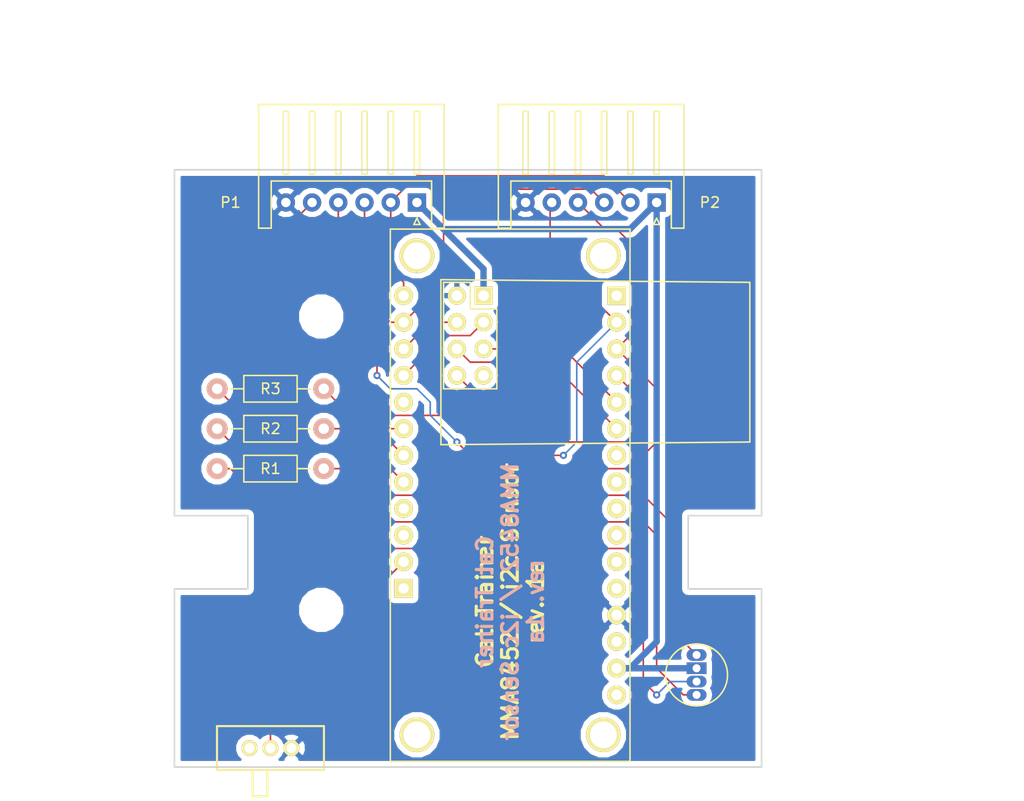
<source format=kicad_pcb>
(kicad_pcb (version 4) (host pcbnew 4.0.4-stable)

  (general
    (links 28)
    (no_connects 0)
    (area 127.924999 67.924999 184.075001 125.075001)
    (thickness 1.6)
    (drawings 27)
    (tracks 111)
    (zones 0)
    (modules 11)
    (nets 33)
  )

  (page A4)
  (layers
    (0 F.Cu signal)
    (31 B.Cu signal)
    (32 B.Adhes user)
    (33 F.Adhes user)
    (34 B.Paste user)
    (35 F.Paste user)
    (36 B.SilkS user)
    (37 F.SilkS user)
    (38 B.Mask user)
    (39 F.Mask user)
    (40 Dwgs.User user)
    (41 Cmts.User user)
    (42 Eco1.User user)
    (43 Eco2.User user)
    (44 Edge.Cuts user)
    (45 Margin user)
    (46 B.CrtYd user)
    (47 F.CrtYd user)
    (48 B.Fab user)
    (49 F.Fab user)
  )

  (setup
    (last_trace_width 0.1524)
    (trace_clearance 0.1524)
    (zone_clearance 0.508)
    (zone_45_only no)
    (trace_min 0.1524)
    (segment_width 0.2)
    (edge_width 0.15)
    (via_size 0.6858)
    (via_drill 0.3302)
    (via_min_size 0.6858)
    (via_min_drill 0.3302)
    (uvia_size 0.0254)
    (uvia_drill 0)
    (uvias_allowed no)
    (uvia_min_size 0)
    (uvia_min_drill 0)
    (pcb_text_width 0.3)
    (pcb_text_size 1.5 1.5)
    (mod_edge_width 0.15)
    (mod_text_size 1 1)
    (mod_text_width 0.15)
    (pad_size 1.524 1.524)
    (pad_drill 0.762)
    (pad_to_mask_clearance 0.2)
    (aux_axis_origin 0 0)
    (visible_elements FFFFFF7F)
    (pcbplotparams
      (layerselection 0x00030_80000001)
      (usegerberextensions false)
      (excludeedgelayer true)
      (linewidth 0.100000)
      (plotframeref false)
      (viasonmask false)
      (mode 1)
      (useauxorigin false)
      (hpglpennumber 1)
      (hpglpenspeed 20)
      (hpglpendiameter 15)
      (hpglpenoverlay 2)
      (psnegative false)
      (psa4output false)
      (plotreference true)
      (plotvalue true)
      (plotinvisibletext false)
      (padsonsilk false)
      (subtractmaskfromsilk false)
      (outputformat 1)
      (mirror false)
      (drillshape 1)
      (scaleselection 1)
      (outputdirectory ""))
  )

  (net 0 "")
  (net 1 "Net-(D1-Pad1)")
  (net 2 3V3)
  (net 3 "Net-(D1-Pad3)")
  (net 4 "Net-(D1-Pad4)")
  (net 5 "Net-(P1-Pad2)")
  (net 6 "Net-(P1-Pad3)")
  (net 7 "Net-(P1-Pad4)")
  (net 8 "Net-(P1-Pad5)")
  (net 9 GND)
  (net 10 "Net-(R1-Pad1)")
  (net 11 "Net-(R2-Pad1)")
  (net 12 "Net-(R3-Pad1)")
  (net 13 "Net-(SW1-Pad2)")
  (net 14 CE)
  (net 15 CSN)
  (net 16 "Net-(U1-Pad5)")
  (net 17 "Net-(U1-Pad6)")
  (net 18 "Net-(U1-Pad7)")
  (net 19 "Net-(U1-Pad8)")
  (net 20 "Net-(U2-Pad16)")
  (net 21 "Net-(U2-Pad14)")
  (net 22 "Net-(U2-Pad12)")
  (net 23 "Net-(U2-Pad11)")
  (net 24 "Net-(U2-Pad10)")
  (net 25 "Net-(U2-Pad9)")
  (net 26 "Net-(U2-Pad8)")
  (net 27 "Net-(U2-Pad7)")
  (net 28 "Net-(U2-Pad1)")
  (net 29 "Net-(U2-Pad17)")
  (net 30 "Net-(U2-Pad19)")
  (net 31 "Net-(U2-Pad20)")
  (net 32 "Net-(U2-Pad24)")

  (net_class Default "This is the default net class."
    (clearance 0.1524)
    (trace_width 0.1524)
    (via_dia 0.6858)
    (via_drill 0.3302)
    (uvia_dia 0.0254)
    (uvia_drill 0)
    (add_net CE)
    (add_net CSN)
    (add_net "Net-(D1-Pad1)")
    (add_net "Net-(D1-Pad3)")
    (add_net "Net-(D1-Pad4)")
    (add_net "Net-(P1-Pad2)")
    (add_net "Net-(P1-Pad3)")
    (add_net "Net-(P1-Pad4)")
    (add_net "Net-(P1-Pad5)")
    (add_net "Net-(R1-Pad1)")
    (add_net "Net-(R2-Pad1)")
    (add_net "Net-(R3-Pad1)")
    (add_net "Net-(SW1-Pad2)")
    (add_net "Net-(U1-Pad5)")
    (add_net "Net-(U1-Pad6)")
    (add_net "Net-(U1-Pad7)")
    (add_net "Net-(U1-Pad8)")
    (add_net "Net-(U2-Pad1)")
    (add_net "Net-(U2-Pad10)")
    (add_net "Net-(U2-Pad11)")
    (add_net "Net-(U2-Pad12)")
    (add_net "Net-(U2-Pad14)")
    (add_net "Net-(U2-Pad16)")
    (add_net "Net-(U2-Pad17)")
    (add_net "Net-(U2-Pad19)")
    (add_net "Net-(U2-Pad20)")
    (add_net "Net-(U2-Pad24)")
    (add_net "Net-(U2-Pad7)")
    (add_net "Net-(U2-Pad8)")
    (add_net "Net-(U2-Pad9)")
  )

  (net_class Power ""
    (clearance 0.3048)
    (trace_width 0.6096)
    (via_dia 1.3716)
    (via_drill 0.6858)
    (uvia_dia 0.0254)
    (uvia_drill 0)
    (add_net 3V3)
    (add_net GND)
  )

  (module AdafruitFeather:ADAFRUIT_FEATHER (layer F.Cu) (tedit 58446256) (tstamp 58436465)
    (at 160.02 99.06 90)
    (path /5843530F)
    (fp_text reference U2 (at -26.416 0 180) (layer F.SilkS) hide
      (effects (font (size 1 1) (thickness 0.25)))
    )
    (fp_text value ADAFRUIT_FEATHER (at -24.384 0 180) (layer F.Fab) hide
      (effects (font (size 1 1) (thickness 0.25)))
    )
    (fp_line (start -25.4 -11.43) (end -25.4 11.43) (layer F.SilkS) (width 0.15))
    (fp_line (start -25.4 11.43) (end 25.4 11.43) (layer F.SilkS) (width 0.15))
    (fp_line (start 25.4 11.43) (end 25.4 -11.43) (layer F.SilkS) (width 0.15))
    (fp_line (start 25.4 -11.43) (end -25.4 -11.43) (layer F.SilkS) (width 0.15))
    (pad "" thru_hole circle (at -22.86 -8.89 90) (size 3.302 3.302) (drill 2.54) (layers *.Cu *.Mask F.SilkS))
    (pad "" thru_hole circle (at -22.86 8.89 90) (size 3.302 3.302) (drill 2.54) (layers *.Cu *.Mask F.SilkS))
    (pad "" thru_hole circle (at 22.86 8.89 90) (size 3.302 3.302) (drill 2.54) (layers *.Cu *.Mask F.SilkS))
    (pad "" thru_hole circle (at 22.86 -8.89 90) (size 3.302 3.302) (drill 2.54) (layers *.Cu *.Mask F.SilkS))
    (pad 16 thru_hole circle (at -19.05 10.16 90) (size 1.778 1.778) (drill 0.9906) (layers *.Cu *.Mask F.SilkS)
      (net 20 "Net-(U2-Pad16)"))
    (pad 15 thru_hole circle (at -16.51 10.16 90) (size 1.778 1.778) (drill 0.9906) (layers *.Cu *.Mask F.SilkS)
      (net 2 3V3))
    (pad 14 thru_hole circle (at -13.97 10.16 90) (size 1.778 1.778) (drill 0.9906) (layers *.Cu *.Mask F.SilkS)
      (net 21 "Net-(U2-Pad14)"))
    (pad 13 thru_hole circle (at -11.43 10.16 90) (size 1.778 1.778) (drill 0.9906) (layers *.Cu *.Mask F.SilkS)
      (net 9 GND))
    (pad 12 thru_hole circle (at -8.89 10.16 90) (size 1.778 1.778) (drill 0.9906) (layers *.Cu *.Mask F.SilkS)
      (net 22 "Net-(U2-Pad12)"))
    (pad 11 thru_hole circle (at -6.35 10.16 90) (size 1.778 1.778) (drill 0.9906) (layers *.Cu *.Mask F.SilkS)
      (net 23 "Net-(U2-Pad11)"))
    (pad 10 thru_hole circle (at -3.81 10.16 90) (size 1.778 1.778) (drill 0.9906) (layers *.Cu *.Mask F.SilkS)
      (net 24 "Net-(U2-Pad10)"))
    (pad 9 thru_hole circle (at -1.27 10.16 90) (size 1.778 1.778) (drill 0.9906) (layers *.Cu *.Mask F.SilkS)
      (net 25 "Net-(U2-Pad9)"))
    (pad 8 thru_hole circle (at 1.27 10.16 90) (size 1.778 1.778) (drill 0.9906) (layers *.Cu *.Mask F.SilkS)
      (net 26 "Net-(U2-Pad8)"))
    (pad 7 thru_hole circle (at 3.81 10.16 90) (size 1.778 1.778) (drill 0.9906) (layers *.Cu *.Mask F.SilkS)
      (net 27 "Net-(U2-Pad7)"))
    (pad 6 thru_hole circle (at 6.35 10.16 90) (size 1.778 1.778) (drill 0.9906) (layers *.Cu *.Mask F.SilkS)
      (net 16 "Net-(U1-Pad5)"))
    (pad 5 thru_hole circle (at 8.89 10.16 90) (size 1.778 1.778) (drill 0.9906) (layers *.Cu *.Mask F.SilkS)
      (net 17 "Net-(U1-Pad6)"))
    (pad 4 thru_hole circle (at 11.43 10.16 90) (size 1.778 1.778) (drill 0.9906) (layers *.Cu *.Mask F.SilkS)
      (net 18 "Net-(U1-Pad7)"))
    (pad 3 thru_hole circle (at 13.97 10.16 90) (size 1.778 1.778) (drill 0.9906) (layers *.Cu *.Mask F.SilkS)
      (net 7 "Net-(P1-Pad4)"))
    (pad 2 thru_hole circle (at 16.51 10.16 90) (size 1.778 1.778) (drill 0.9906) (layers *.Cu *.Mask F.SilkS)
      (net 8 "Net-(P1-Pad5)"))
    (pad 1 thru_hole rect (at 19.05 10.16 90) (size 1.778 1.778) (drill 0.9906) (layers *.Cu *.Mask F.SilkS)
      (net 28 "Net-(U2-Pad1)"))
    (pad 18 thru_hole circle (at -6.35 -10.16 90) (size 1.778 1.778) (drill 0.9906) (layers *.Cu *.Mask F.SilkS)
      (net 13 "Net-(SW1-Pad2)"))
    (pad 17 thru_hole rect (at -8.89 -10.16 90) (size 1.778 1.778) (drill 0.9906) (layers *.Cu *.Mask F.SilkS)
      (net 29 "Net-(U2-Pad17)"))
    (pad 19 thru_hole circle (at -3.81 -10.16 90) (size 1.778 1.778) (drill 0.9906) (layers *.Cu *.Mask F.SilkS)
      (net 30 "Net-(U2-Pad19)"))
    (pad 20 thru_hole circle (at -1.27 -10.16 90) (size 1.778 1.778) (drill 0.9906) (layers *.Cu *.Mask F.SilkS)
      (net 31 "Net-(U2-Pad20)"))
    (pad 21 thru_hole circle (at 1.27 -10.16 90) (size 1.778 1.778) (drill 0.9906) (layers *.Cu *.Mask F.SilkS)
      (net 10 "Net-(R1-Pad1)"))
    (pad 22 thru_hole circle (at 3.81 -10.16 90) (size 1.778 1.778) (drill 0.9906) (layers *.Cu *.Mask F.SilkS)
      (net 11 "Net-(R2-Pad1)"))
    (pad 23 thru_hole circle (at 6.35 -10.16 90) (size 1.778 1.778) (drill 0.9906) (layers *.Cu *.Mask F.SilkS)
      (net 12 "Net-(R3-Pad1)"))
    (pad 24 thru_hole circle (at 8.89 -10.16 90) (size 1.778 1.778) (drill 0.9906) (layers *.Cu *.Mask F.SilkS)
      (net 32 "Net-(U2-Pad24)"))
    (pad 25 thru_hole circle (at 11.43 -10.16 90) (size 1.778 1.778) (drill 0.9906) (layers *.Cu *.Mask F.SilkS)
      (net 15 CSN))
    (pad 26 thru_hole circle (at 13.97 -10.16 90) (size 1.778 1.778) (drill 0.9906) (layers *.Cu *.Mask F.SilkS)
      (net 14 CE))
    (pad 27 thru_hole circle (at 16.51 -10.16 90) (size 1.778 1.778) (drill 0.9906) (layers *.Cu *.Mask F.SilkS)
      (net 6 "Net-(P1-Pad3)"))
    (pad 28 thru_hole circle (at 19.05 -10.16 90) (size 1.778 1.778) (drill 0.9906) (layers *.Cu *.Mask F.SilkS)
      (net 5 "Net-(P1-Pad2)"))
  )

  (module Mounting_Holes:MountingHole_3.2mm_M3 (layer F.Cu) (tedit 58446247) (tstamp 58436F08)
    (at 142 110)
    (descr "Mounting Hole 3.2mm, no annular, M3")
    (tags "mounting hole 3.2mm no annular m3")
    (fp_text reference REF** (at 0 -4.2) (layer F.SilkS) hide
      (effects (font (size 1 1) (thickness 0.15)))
    )
    (fp_text value MountingHole_3.2mm_M3 (at 0 4.2) (layer F.Fab)
      (effects (font (size 1 1) (thickness 0.15)))
    )
    (fp_circle (center 0 0) (end 3.2 0) (layer Cmts.User) (width 0.15))
    (fp_circle (center 0 0) (end 3.45 0) (layer F.CrtYd) (width 0.05))
    (pad 1 np_thru_hole circle (at 0 0) (size 3.2 3.2) (drill 3.2) (layers *.Cu *.Mask))
  )

  (module LEDs:LED-RGB-5MM_Common_Cathode (layer F.Cu) (tedit 584474C5) (tstamp 58436412)
    (at 177.8 114.3)
    (descr "5mm common cathode RGB LED")
    (tags "RGB LED 5mm Common Cathode")
    (path /58435490)
    (fp_text reference D1 (at 0 -2.25) (layer F.SilkS) hide
      (effects (font (size 1 1) (thickness 0.15)))
    )
    (fp_text value LED_RBG (at 0 6.25) (layer F.Fab)
      (effects (font (size 1 1) (thickness 0.15)))
    )
    (fp_circle (center 0 1.905) (end 3.2 1.905) (layer F.CrtYd) (width 0.05))
    (fp_line (start -1.1 -0.595) (end -1.55 -0.595) (layer F.SilkS) (width 0.15))
    (fp_circle (center 0 1.905) (end 2.95 1.905) (layer F.SilkS) (width 0.15))
    (fp_line (start 1.1 -0.595) (end 1.55 -0.595) (layer F.SilkS) (width 0.15))
    (pad 1 thru_hole oval (at 0 0) (size 1.905 1.1176) (drill 0.762) (layers *.Cu *.Mask)
      (net 1 "Net-(D1-Pad1)"))
    (pad 2 thru_hole rect (at 0 1.27) (size 1.905 1.1176) (drill 0.762) (layers *.Cu *.Mask)
      (net 2 3V3))
    (pad 3 thru_hole oval (at 0 2.54) (size 1.905 1.1176) (drill 0.762) (layers *.Cu *.Mask)
      (net 3 "Net-(D1-Pad3)"))
    (pad 4 thru_hole oval (at 0 3.81) (size 1.905 1.1176) (drill 0.762) (layers *.Cu *.Mask)
      (net 4 "Net-(D1-Pad4)"))
  )

  (module Resistors_ThroughHole:Resistor_Horizontal_RM10mm (layer F.Cu) (tedit 58445F1B) (tstamp 58436422)
    (at 142.24 96.52 180)
    (descr "Resistor, Axial,  RM 10mm, 1/3W")
    (tags "Resistor Axial RM 10mm 1/3W")
    (path /58435CEB)
    (fp_text reference R1 (at 5.08 0 180) (layer F.SilkS)
      (effects (font (size 1 1) (thickness 0.15)))
    )
    (fp_text value R (at 5.08 3.81 180) (layer F.Fab)
      (effects (font (size 1 1) (thickness 0.15)))
    )
    (fp_line (start -1.25 -1.5) (end 11.4 -1.5) (layer F.CrtYd) (width 0.05))
    (fp_line (start -1.25 1.5) (end -1.25 -1.5) (layer F.CrtYd) (width 0.05))
    (fp_line (start 11.4 -1.5) (end 11.4 1.5) (layer F.CrtYd) (width 0.05))
    (fp_line (start -1.25 1.5) (end 11.4 1.5) (layer F.CrtYd) (width 0.05))
    (fp_line (start 2.54 -1.27) (end 7.62 -1.27) (layer F.SilkS) (width 0.15))
    (fp_line (start 7.62 -1.27) (end 7.62 1.27) (layer F.SilkS) (width 0.15))
    (fp_line (start 7.62 1.27) (end 2.54 1.27) (layer F.SilkS) (width 0.15))
    (fp_line (start 2.54 1.27) (end 2.54 -1.27) (layer F.SilkS) (width 0.15))
    (fp_line (start 2.54 0) (end 1.27 0) (layer F.SilkS) (width 0.15))
    (fp_line (start 7.62 0) (end 8.89 0) (layer F.SilkS) (width 0.15))
    (pad 1 thru_hole circle (at 0 0 180) (size 1.99898 1.99898) (drill 1.00076) (layers *.Cu *.SilkS *.Mask)
      (net 10 "Net-(R1-Pad1)"))
    (pad 2 thru_hole circle (at 10.16 0 180) (size 1.99898 1.99898) (drill 1.00076) (layers *.Cu *.SilkS *.Mask)
      (net 3 "Net-(D1-Pad3)"))
    (model Resistors_ThroughHole.3dshapes/Resistor_Horizontal_RM10mm.wrl
      (at (xyz 0.2 0 0))
      (scale (xyz 0.4 0.4 0.4))
      (rotate (xyz 0 0 0))
    )
  )

  (module Resistors_ThroughHole:Resistor_Horizontal_RM10mm (layer F.Cu) (tedit 58445F17) (tstamp 58436428)
    (at 142.24 92.71 180)
    (descr "Resistor, Axial,  RM 10mm, 1/3W")
    (tags "Resistor Axial RM 10mm 1/3W")
    (path /58435D7B)
    (fp_text reference R2 (at 5.08 0 180) (layer F.SilkS)
      (effects (font (size 1 1) (thickness 0.15)))
    )
    (fp_text value R (at 5.08 3.81 180) (layer F.Fab)
      (effects (font (size 1 1) (thickness 0.15)))
    )
    (fp_line (start -1.25 -1.5) (end 11.4 -1.5) (layer F.CrtYd) (width 0.05))
    (fp_line (start -1.25 1.5) (end -1.25 -1.5) (layer F.CrtYd) (width 0.05))
    (fp_line (start 11.4 -1.5) (end 11.4 1.5) (layer F.CrtYd) (width 0.05))
    (fp_line (start -1.25 1.5) (end 11.4 1.5) (layer F.CrtYd) (width 0.05))
    (fp_line (start 2.54 -1.27) (end 7.62 -1.27) (layer F.SilkS) (width 0.15))
    (fp_line (start 7.62 -1.27) (end 7.62 1.27) (layer F.SilkS) (width 0.15))
    (fp_line (start 7.62 1.27) (end 2.54 1.27) (layer F.SilkS) (width 0.15))
    (fp_line (start 2.54 1.27) (end 2.54 -1.27) (layer F.SilkS) (width 0.15))
    (fp_line (start 2.54 0) (end 1.27 0) (layer F.SilkS) (width 0.15))
    (fp_line (start 7.62 0) (end 8.89 0) (layer F.SilkS) (width 0.15))
    (pad 1 thru_hole circle (at 0 0 180) (size 1.99898 1.99898) (drill 1.00076) (layers *.Cu *.SilkS *.Mask)
      (net 11 "Net-(R2-Pad1)"))
    (pad 2 thru_hole circle (at 10.16 0 180) (size 1.99898 1.99898) (drill 1.00076) (layers *.Cu *.SilkS *.Mask)
      (net 4 "Net-(D1-Pad4)"))
    (model Resistors_ThroughHole.3dshapes/Resistor_Horizontal_RM10mm.wrl
      (at (xyz 0.2 0 0))
      (scale (xyz 0.4 0.4 0.4))
      (rotate (xyz 0 0 0))
    )
  )

  (module Resistors_ThroughHole:Resistor_Horizontal_RM10mm (layer F.Cu) (tedit 58445F13) (tstamp 5843642E)
    (at 142.24 88.9 180)
    (descr "Resistor, Axial,  RM 10mm, 1/3W")
    (tags "Resistor Axial RM 10mm 1/3W")
    (path /58435DA5)
    (fp_text reference R3 (at 5.08 0 180) (layer F.SilkS)
      (effects (font (size 1 1) (thickness 0.15)))
    )
    (fp_text value R (at 5.08 3.81 180) (layer F.Fab)
      (effects (font (size 1 1) (thickness 0.15)))
    )
    (fp_line (start -1.25 -1.5) (end 11.4 -1.5) (layer F.CrtYd) (width 0.05))
    (fp_line (start -1.25 1.5) (end -1.25 -1.5) (layer F.CrtYd) (width 0.05))
    (fp_line (start 11.4 -1.5) (end 11.4 1.5) (layer F.CrtYd) (width 0.05))
    (fp_line (start -1.25 1.5) (end 11.4 1.5) (layer F.CrtYd) (width 0.05))
    (fp_line (start 2.54 -1.27) (end 7.62 -1.27) (layer F.SilkS) (width 0.15))
    (fp_line (start 7.62 -1.27) (end 7.62 1.27) (layer F.SilkS) (width 0.15))
    (fp_line (start 7.62 1.27) (end 2.54 1.27) (layer F.SilkS) (width 0.15))
    (fp_line (start 2.54 1.27) (end 2.54 -1.27) (layer F.SilkS) (width 0.15))
    (fp_line (start 2.54 0) (end 1.27 0) (layer F.SilkS) (width 0.15))
    (fp_line (start 7.62 0) (end 8.89 0) (layer F.SilkS) (width 0.15))
    (pad 1 thru_hole circle (at 0 0 180) (size 1.99898 1.99898) (drill 1.00076) (layers *.Cu *.SilkS *.Mask)
      (net 12 "Net-(R3-Pad1)"))
    (pad 2 thru_hole circle (at 10.16 0 180) (size 1.99898 1.99898) (drill 1.00076) (layers *.Cu *.SilkS *.Mask)
      (net 1 "Net-(D1-Pad1)"))
    (model Resistors_ThroughHole.3dshapes/Resistor_Horizontal_RM10mm.wrl
      (at (xyz 0.2 0 0))
      (scale (xyz 0.4 0.4 0.4))
      (rotate (xyz 0 0 0))
    )
  )

  (module Mounting_Holes:MountingHole_3.2mm_M3 (layer F.Cu) (tedit 5844623D) (tstamp 58436577)
    (at 142 82)
    (descr "Mounting Hole 3.2mm, no annular, M3")
    (tags "mounting hole 3.2mm no annular m3")
    (fp_text reference REF** (at 0 -4.2) (layer F.SilkS) hide
      (effects (font (size 1 1) (thickness 0.15)))
    )
    (fp_text value MountingHole_3.2mm_M3 (at 0 4.2) (layer F.Fab)
      (effects (font (size 1 1) (thickness 0.15)))
    )
    (fp_circle (center 0 0) (end 3.2 0) (layer Cmts.User) (width 0.15))
    (fp_circle (center 0 0) (end 3.45 0) (layer F.CrtYd) (width 0.05))
    (pad 1 np_thru_hole circle (at 0 0) (size 3.2 3.2) (drill 3.2) (layers *.Cu *.Mask))
  )

  (module AdafruitFeather:Socket_nRF24L01 (layer F.Cu) (tedit 58438BC9) (tstamp 584374BF)
    (at 157.48 80.01 270)
    (descr "Through hole socket strip")
    (tags "socket strip")
    (path /5843542B)
    (fp_text reference U1 (at 3.81 -2.54 270) (layer F.SilkS) hide
      (effects (font (size 1 1) (thickness 0.15)))
    )
    (fp_text value nRF24L01+ (at 0 -3.1 270) (layer F.Fab)
      (effects (font (size 1 1) (thickness 0.15)))
    )
    (fp_line (start -1.524 4.064) (end -1.27 -25.4) (layer F.SilkS) (width 0.15))
    (fp_line (start -1.27 -25.4) (end 13.97 -25.4) (layer F.SilkS) (width 0.15))
    (fp_line (start 13.97 -25.4) (end 14.224 4.064) (layer F.SilkS) (width 0.15))
    (fp_line (start 14.224 4.064) (end -1.524 4.064) (layer F.SilkS) (width 0.15))
    (fp_line (start -1.75 -1.75) (end -1.75 4.3) (layer F.CrtYd) (width 0.05))
    (fp_line (start 9.4 -1.75) (end 9.4 4.3) (layer F.CrtYd) (width 0.05))
    (fp_line (start -1.75 -1.75) (end 9.4 -1.75) (layer F.CrtYd) (width 0.05))
    (fp_line (start -1.75 4.3) (end 9.4 4.3) (layer F.CrtYd) (width 0.05))
    (fp_line (start 1.27 -1.27) (end 8.89 -1.27) (layer F.SilkS) (width 0.15))
    (fp_line (start 8.89 -1.27) (end 8.89 3.81) (layer F.SilkS) (width 0.15))
    (fp_line (start 8.89 3.81) (end -1.27 3.81) (layer F.SilkS) (width 0.15))
    (fp_line (start -1.27 3.81) (end -1.27 1.27) (layer F.SilkS) (width 0.15))
    (fp_line (start -1.27 1.27) (end 1.27 1.27) (layer F.SilkS) (width 0.15))
    (fp_line (start 1.27 1.27) (end 1.27 -1.27) (layer F.SilkS) (width 0.15))
    (pad 2 thru_hole rect (at 0 0 270) (size 1.7272 1.7272) (drill 1.016) (layers *.Cu *.Mask F.SilkS)
      (net 2 3V3))
    (pad 1 thru_hole oval (at 0 2.54 270) (size 1.7272 1.7272) (drill 1.016) (layers *.Cu *.Mask F.SilkS)
      (net 9 GND))
    (pad 4 thru_hole oval (at 2.54 0 270) (size 1.7272 1.7272) (drill 1.016) (layers *.Cu *.Mask F.SilkS)
      (net 15 CSN))
    (pad 3 thru_hole oval (at 2.54 2.54 270) (size 1.7272 1.7272) (drill 1.016) (layers *.Cu *.Mask F.SilkS)
      (net 14 CE))
    (pad 6 thru_hole oval (at 5.08 0 270) (size 1.7272 1.7272) (drill 1.016) (layers *.Cu *.Mask F.SilkS)
      (net 17 "Net-(U1-Pad6)"))
    (pad 5 thru_hole oval (at 5.08 2.54 270) (size 1.7272 1.7272) (drill 1.016) (layers *.Cu *.Mask F.SilkS)
      (net 16 "Net-(U1-Pad5)"))
    (pad 8 thru_hole oval (at 7.62 0 270) (size 1.7272 1.7272) (drill 1.016) (layers *.Cu *.Mask F.SilkS)
      (net 19 "Net-(U1-Pad8)"))
    (pad 7 thru_hole oval (at 7.62 2.54 270) (size 1.7272 1.7272) (drill 1.016) (layers *.Cu *.Mask F.SilkS)
      (net 18 "Net-(U1-Pad7)"))
    (model Socket_Strips.3dshapes/Socket_Strip_Straight_2x04.wrl
      (at (xyz 0.15 -0.05 0))
      (scale (xyz 1 1 1))
      (rotate (xyz 0 0 180))
    )
  )

  (module Connectors_JST:JST_XH_S06B-XH-A_06x2.50mm_Angled (layer F.Cu) (tedit 5844627E) (tstamp 584444A9)
    (at 151.13 71.12 180)
    (descr "JST XH series connector, S06B-XH-A, side entry type, through hole")
    (tags "connector jst xh tht side horizontal angled 2.50mm")
    (path /5843563B)
    (fp_text reference P1 (at 17.78 0 180) (layer F.SilkS)
      (effects (font (size 1 1) (thickness 0.15)))
    )
    (fp_text value CONN_01X06 (at 6.25 10.3 180) (layer F.Fab)
      (effects (font (size 1 1) (thickness 0.15)))
    )
    (fp_line (start -2.95 -2.8) (end -2.95 9.7) (layer F.CrtYd) (width 0.05))
    (fp_line (start -2.95 9.7) (end 15.45 9.7) (layer F.CrtYd) (width 0.05))
    (fp_line (start 15.45 9.7) (end 15.45 -2.8) (layer F.CrtYd) (width 0.05))
    (fp_line (start 15.45 -2.8) (end -2.95 -2.8) (layer F.CrtYd) (width 0.05))
    (fp_line (start 6.25 9.35) (end -2.6 9.35) (layer F.SilkS) (width 0.15))
    (fp_line (start -2.6 9.35) (end -2.6 -2.45) (layer F.SilkS) (width 0.15))
    (fp_line (start -2.6 -2.45) (end -1.4 -2.45) (layer F.SilkS) (width 0.15))
    (fp_line (start -1.4 -2.45) (end -1.4 2.05) (layer F.SilkS) (width 0.15))
    (fp_line (start -1.4 2.05) (end 6.25 2.05) (layer F.SilkS) (width 0.15))
    (fp_line (start 6.25 9.35) (end 15.1 9.35) (layer F.SilkS) (width 0.15))
    (fp_line (start 15.1 9.35) (end 15.1 -2.45) (layer F.SilkS) (width 0.15))
    (fp_line (start 15.1 -2.45) (end 13.9 -2.45) (layer F.SilkS) (width 0.15))
    (fp_line (start 13.9 -2.45) (end 13.9 2.05) (layer F.SilkS) (width 0.15))
    (fp_line (start 13.9 2.05) (end 6.25 2.05) (layer F.SilkS) (width 0.15))
    (fp_line (start -0.25 2.7) (end -0.25 8.7) (layer F.SilkS) (width 0.15))
    (fp_line (start -0.25 8.7) (end 0.25 8.7) (layer F.SilkS) (width 0.15))
    (fp_line (start 0.25 8.7) (end 0.25 2.7) (layer F.SilkS) (width 0.15))
    (fp_line (start 0.25 2.7) (end -0.25 2.7) (layer F.SilkS) (width 0.15))
    (fp_line (start 2.25 2.7) (end 2.25 8.7) (layer F.SilkS) (width 0.15))
    (fp_line (start 2.25 8.7) (end 2.75 8.7) (layer F.SilkS) (width 0.15))
    (fp_line (start 2.75 8.7) (end 2.75 2.7) (layer F.SilkS) (width 0.15))
    (fp_line (start 2.75 2.7) (end 2.25 2.7) (layer F.SilkS) (width 0.15))
    (fp_line (start 4.75 2.7) (end 4.75 8.7) (layer F.SilkS) (width 0.15))
    (fp_line (start 4.75 8.7) (end 5.25 8.7) (layer F.SilkS) (width 0.15))
    (fp_line (start 5.25 8.7) (end 5.25 2.7) (layer F.SilkS) (width 0.15))
    (fp_line (start 5.25 2.7) (end 4.75 2.7) (layer F.SilkS) (width 0.15))
    (fp_line (start 7.25 2.7) (end 7.25 8.7) (layer F.SilkS) (width 0.15))
    (fp_line (start 7.25 8.7) (end 7.75 8.7) (layer F.SilkS) (width 0.15))
    (fp_line (start 7.75 8.7) (end 7.75 2.7) (layer F.SilkS) (width 0.15))
    (fp_line (start 7.75 2.7) (end 7.25 2.7) (layer F.SilkS) (width 0.15))
    (fp_line (start 9.75 2.7) (end 9.75 8.7) (layer F.SilkS) (width 0.15))
    (fp_line (start 9.75 8.7) (end 10.25 8.7) (layer F.SilkS) (width 0.15))
    (fp_line (start 10.25 8.7) (end 10.25 2.7) (layer F.SilkS) (width 0.15))
    (fp_line (start 10.25 2.7) (end 9.75 2.7) (layer F.SilkS) (width 0.15))
    (fp_line (start 12.25 2.7) (end 12.25 8.7) (layer F.SilkS) (width 0.15))
    (fp_line (start 12.25 8.7) (end 12.75 8.7) (layer F.SilkS) (width 0.15))
    (fp_line (start 12.75 8.7) (end 12.75 2.7) (layer F.SilkS) (width 0.15))
    (fp_line (start 12.75 2.7) (end 12.25 2.7) (layer F.SilkS) (width 0.15))
    (fp_line (start 0 -1.5) (end -0.3 -2.1) (layer F.SilkS) (width 0.15))
    (fp_line (start -0.3 -2.1) (end 0.3 -2.1) (layer F.SilkS) (width 0.15))
    (fp_line (start 0.3 -2.1) (end 0 -1.5) (layer F.SilkS) (width 0.15))
    (pad 1 thru_hole rect (at 0 0 180) (size 1.75 1.75) (drill 0.9) (layers *.Cu *.Mask)
      (net 2 3V3))
    (pad 2 thru_hole circle (at 2.5 0 180) (size 1.75 1.75) (drill 0.9) (layers *.Cu *.Mask)
      (net 5 "Net-(P1-Pad2)"))
    (pad 3 thru_hole circle (at 5 0 180) (size 1.75 1.75) (drill 0.9) (layers *.Cu *.Mask)
      (net 6 "Net-(P1-Pad3)"))
    (pad 4 thru_hole circle (at 7.5 0 180) (size 1.75 1.75) (drill 0.9) (layers *.Cu *.Mask)
      (net 7 "Net-(P1-Pad4)"))
    (pad 5 thru_hole circle (at 10 0 180) (size 1.75 1.75) (drill 0.9) (layers *.Cu *.Mask)
      (net 8 "Net-(P1-Pad5)"))
    (pad 6 thru_hole circle (at 12.5 0 180) (size 1.75 1.75) (drill 0.9) (layers *.Cu *.Mask)
      (net 9 GND))
    (model Connectors_JST.3dshapes/JST_XH_S06B-XH-A_06x2.50mm_Angled.wrl
      (at (xyz 0 0 0))
      (scale (xyz 1 1 1))
      (rotate (xyz 0 0 0))
    )
  )

  (module Connectors_JST:JST_XH_S06B-XH-A_06x2.50mm_Angled (layer F.Cu) (tedit 58446288) (tstamp 5844450D)
    (at 173.99 71.12 180)
    (descr "JST XH series connector, S06B-XH-A, side entry type, through hole")
    (tags "connector jst xh tht side horizontal angled 2.50mm")
    (path /58443C81)
    (fp_text reference P2 (at -5.08 0 180) (layer F.SilkS)
      (effects (font (size 1 1) (thickness 0.15)))
    )
    (fp_text value CONN_01X06 (at 6.25 10.3 180) (layer F.Fab)
      (effects (font (size 1 1) (thickness 0.15)))
    )
    (fp_line (start -2.95 -2.8) (end -2.95 9.7) (layer F.CrtYd) (width 0.05))
    (fp_line (start -2.95 9.7) (end 15.45 9.7) (layer F.CrtYd) (width 0.05))
    (fp_line (start 15.45 9.7) (end 15.45 -2.8) (layer F.CrtYd) (width 0.05))
    (fp_line (start 15.45 -2.8) (end -2.95 -2.8) (layer F.CrtYd) (width 0.05))
    (fp_line (start 6.25 9.35) (end -2.6 9.35) (layer F.SilkS) (width 0.15))
    (fp_line (start -2.6 9.35) (end -2.6 -2.45) (layer F.SilkS) (width 0.15))
    (fp_line (start -2.6 -2.45) (end -1.4 -2.45) (layer F.SilkS) (width 0.15))
    (fp_line (start -1.4 -2.45) (end -1.4 2.05) (layer F.SilkS) (width 0.15))
    (fp_line (start -1.4 2.05) (end 6.25 2.05) (layer F.SilkS) (width 0.15))
    (fp_line (start 6.25 9.35) (end 15.1 9.35) (layer F.SilkS) (width 0.15))
    (fp_line (start 15.1 9.35) (end 15.1 -2.45) (layer F.SilkS) (width 0.15))
    (fp_line (start 15.1 -2.45) (end 13.9 -2.45) (layer F.SilkS) (width 0.15))
    (fp_line (start 13.9 -2.45) (end 13.9 2.05) (layer F.SilkS) (width 0.15))
    (fp_line (start 13.9 2.05) (end 6.25 2.05) (layer F.SilkS) (width 0.15))
    (fp_line (start -0.25 2.7) (end -0.25 8.7) (layer F.SilkS) (width 0.15))
    (fp_line (start -0.25 8.7) (end 0.25 8.7) (layer F.SilkS) (width 0.15))
    (fp_line (start 0.25 8.7) (end 0.25 2.7) (layer F.SilkS) (width 0.15))
    (fp_line (start 0.25 2.7) (end -0.25 2.7) (layer F.SilkS) (width 0.15))
    (fp_line (start 2.25 2.7) (end 2.25 8.7) (layer F.SilkS) (width 0.15))
    (fp_line (start 2.25 8.7) (end 2.75 8.7) (layer F.SilkS) (width 0.15))
    (fp_line (start 2.75 8.7) (end 2.75 2.7) (layer F.SilkS) (width 0.15))
    (fp_line (start 2.75 2.7) (end 2.25 2.7) (layer F.SilkS) (width 0.15))
    (fp_line (start 4.75 2.7) (end 4.75 8.7) (layer F.SilkS) (width 0.15))
    (fp_line (start 4.75 8.7) (end 5.25 8.7) (layer F.SilkS) (width 0.15))
    (fp_line (start 5.25 8.7) (end 5.25 2.7) (layer F.SilkS) (width 0.15))
    (fp_line (start 5.25 2.7) (end 4.75 2.7) (layer F.SilkS) (width 0.15))
    (fp_line (start 7.25 2.7) (end 7.25 8.7) (layer F.SilkS) (width 0.15))
    (fp_line (start 7.25 8.7) (end 7.75 8.7) (layer F.SilkS) (width 0.15))
    (fp_line (start 7.75 8.7) (end 7.75 2.7) (layer F.SilkS) (width 0.15))
    (fp_line (start 7.75 2.7) (end 7.25 2.7) (layer F.SilkS) (width 0.15))
    (fp_line (start 9.75 2.7) (end 9.75 8.7) (layer F.SilkS) (width 0.15))
    (fp_line (start 9.75 8.7) (end 10.25 8.7) (layer F.SilkS) (width 0.15))
    (fp_line (start 10.25 8.7) (end 10.25 2.7) (layer F.SilkS) (width 0.15))
    (fp_line (start 10.25 2.7) (end 9.75 2.7) (layer F.SilkS) (width 0.15))
    (fp_line (start 12.25 2.7) (end 12.25 8.7) (layer F.SilkS) (width 0.15))
    (fp_line (start 12.25 8.7) (end 12.75 8.7) (layer F.SilkS) (width 0.15))
    (fp_line (start 12.75 8.7) (end 12.75 2.7) (layer F.SilkS) (width 0.15))
    (fp_line (start 12.75 2.7) (end 12.25 2.7) (layer F.SilkS) (width 0.15))
    (fp_line (start 0 -1.5) (end -0.3 -2.1) (layer F.SilkS) (width 0.15))
    (fp_line (start -0.3 -2.1) (end 0.3 -2.1) (layer F.SilkS) (width 0.15))
    (fp_line (start 0.3 -2.1) (end 0 -1.5) (layer F.SilkS) (width 0.15))
    (pad 1 thru_hole rect (at 0 0 180) (size 1.75 1.75) (drill 0.9) (layers *.Cu *.Mask)
      (net 2 3V3))
    (pad 2 thru_hole circle (at 2.5 0 180) (size 1.75 1.75) (drill 0.9) (layers *.Cu *.Mask)
      (net 5 "Net-(P1-Pad2)"))
    (pad 3 thru_hole circle (at 5 0 180) (size 1.75 1.75) (drill 0.9) (layers *.Cu *.Mask)
      (net 6 "Net-(P1-Pad3)"))
    (pad 4 thru_hole circle (at 7.5 0 180) (size 1.75 1.75) (drill 0.9) (layers *.Cu *.Mask)
      (net 7 "Net-(P1-Pad4)"))
    (pad 5 thru_hole circle (at 10 0 180) (size 1.75 1.75) (drill 0.9) (layers *.Cu *.Mask)
      (net 8 "Net-(P1-Pad5)"))
    (pad 6 thru_hole circle (at 12.5 0 180) (size 1.75 1.75) (drill 0.9) (layers *.Cu *.Mask)
      (net 9 GND))
    (model Connectors_JST.3dshapes/JST_XH_S06B-XH-A_06x2.50mm_Angled.wrl
      (at (xyz 0 0 0))
      (scale (xyz 1 1 1))
      (rotate (xyz 0 0 0))
    )
  )

  (module Switches:DPST_TE_SSJ12R04 (layer F.Cu) (tedit 584474BD) (tstamp 5844450E)
    (at 137.16 123.19 180)
    (path /58435568)
    (fp_text reference SW1 (at 0 3 180) (layer F.SilkS) hide
      (effects (font (size 1.016 1.016) (thickness 0.1524)))
    )
    (fp_text value SPST (at 0 -5.4 180) (layer F.SilkS) hide
      (effects (font (size 1.016 1.016) (thickness 0.1524)))
    )
    (fp_line (start 1.69926 -2.10058) (end 1.69926 -4.59994) (layer F.SilkS) (width 0.20066))
    (fp_line (start 1.69926 -4.59994) (end 0.29972 -4.59994) (layer F.SilkS) (width 0.20066))
    (fp_line (start 0.29972 -4.59994) (end 0.29972 -2.10058) (layer F.SilkS) (width 0.20066))
    (fp_line (start 5.10032 -2.10058) (end -5.10032 -2.10058) (layer F.SilkS) (width 0.20066))
    (fp_line (start -5.10032 -2.10058) (end -5.10032 2.10058) (layer F.SilkS) (width 0.20066))
    (fp_line (start -5.10032 2.10058) (end 5.10032 2.10058) (layer F.SilkS) (width 0.20066))
    (fp_line (start 5.10032 2.10058) (end 5.10032 -2.10058) (layer F.SilkS) (width 0.20066))
    (pad 1 thru_hole circle (at -1.99898 0 180) (size 1.524 1.524) (drill 0.97028) (layers *.Cu *.Mask F.SilkS)
      (net 9 GND))
    (pad 2 thru_hole circle (at 0 0 180) (size 1.524 1.524) (drill 0.97028) (layers *.Cu *.Mask F.SilkS)
      (net 13 "Net-(SW1-Pad2)"))
    (pad 3 thru_hole circle (at 1.99898 0 180) (size 1.524 1.524) (drill 0.97028) (layers *.Cu *.Mask F.SilkS))
    (model 3D/Switches/TE_SSJ12R04.wrl
      (at (xyz 0 0 0))
      (scale (xyz 0.3937 0.3937 0.3937))
      (rotate (xyz 0 0 0))
    )
  )

  (gr_text "Cat Trainer\nMMA8452 / i2c Sensor\nrev. 1a" (at 160.02 109.22 90) (layer F.SilkS)
    (effects (font (size 1.5 1.5) (thickness 0.3)))
  )
  (gr_text "Cat Trainer\nMMA8452 / i2c Sensor\nrev. 1a" (at 160.02 109.22 90) (layer B.SilkS)
    (effects (font (size 1.5 1.5) (thickness 0.3)) (justify mirror))
  )
  (gr_line (start 184 68) (end 184 101) (angle 90) (layer Edge.Cuts) (width 0.15))
  (gr_line (start 128 68) (end 184 68) (angle 90) (layer Edge.Cuts) (width 0.15))
  (gr_line (start 128 101) (end 128 68) (angle 90) (layer Edge.Cuts) (width 0.15))
  (gr_line (start 135 101) (end 128 101) (angle 90) (layer Edge.Cuts) (width 0.15))
  (gr_line (start 135 108) (end 135 101) (angle 90) (layer Edge.Cuts) (width 0.15))
  (gr_line (start 128 108) (end 135 108) (angle 90) (layer Edge.Cuts) (width 0.15))
  (gr_line (start 128 125) (end 128 108) (angle 90) (layer Edge.Cuts) (width 0.15))
  (gr_line (start 184 125) (end 128 125) (angle 90) (layer Edge.Cuts) (width 0.15))
  (dimension 14 (width 0.3) (layer Dwgs.User)
    (gr_text "14.000 mm" (at 177 53.65) (layer Dwgs.User)
      (effects (font (size 1.5 1.5) (thickness 0.3)))
    )
    (feature1 (pts (xy 170 76) (xy 170 52.3)))
    (feature2 (pts (xy 184 76) (xy 184 52.3)))
    (crossbar (pts (xy 184 55) (xy 170 55)))
    (arrow1a (pts (xy 170 55) (xy 171.126504 54.413579)))
    (arrow1b (pts (xy 170 55) (xy 171.126504 55.586421)))
    (arrow2a (pts (xy 184 55) (xy 182.873496 54.413579)))
    (arrow2b (pts (xy 184 55) (xy 182.873496 55.586421)))
  )
  (dimension 14 (width 0.3) (layer Dwgs.User)
    (gr_text "14.000 mm" (at 135 53.65) (layer Dwgs.User)
      (effects (font (size 1.5 1.5) (thickness 0.3)))
    )
    (feature1 (pts (xy 128 76) (xy 128 52.3)))
    (feature2 (pts (xy 142 76) (xy 142 52.3)))
    (crossbar (pts (xy 142 55) (xy 128 55)))
    (arrow1a (pts (xy 128 55) (xy 129.126504 54.413579)))
    (arrow1b (pts (xy 128 55) (xy 129.126504 55.586421)))
    (arrow2a (pts (xy 142 55) (xy 140.873496 54.413579)))
    (arrow2b (pts (xy 142 55) (xy 140.873496 55.586421)))
  )
  (gr_line (start 177 101) (end 184 101) (angle 90) (layer Edge.Cuts) (width 0.15))
  (gr_line (start 177 108) (end 177 101) (angle 90) (layer Edge.Cuts) (width 0.15))
  (gr_line (start 184 108) (end 177 108) (angle 90) (layer Edge.Cuts) (width 0.15))
  (gr_line (start 184 125) (end 184 108) (angle 90) (layer Edge.Cuts) (width 0.15))
  (dimension 7 (width 0.3) (layer Dwgs.User)
    (gr_text "7.000 mm" (at 197.35 104.5 90) (layer Dwgs.User)
      (effects (font (size 1.5 1.5) (thickness 0.3)))
    )
    (feature1 (pts (xy 184 101) (xy 198.7 101)))
    (feature2 (pts (xy 184 108) (xy 198.7 108)))
    (crossbar (pts (xy 196 108) (xy 196 101)))
    (arrow1a (pts (xy 196 101) (xy 196.586421 102.126504)))
    (arrow1b (pts (xy 196 101) (xy 195.413579 102.126504)))
    (arrow2a (pts (xy 196 108) (xy 196.586421 106.873496)))
    (arrow2b (pts (xy 196 108) (xy 195.413579 106.873496)))
  )
  (dimension 17 (width 0.3) (layer Dwgs.User)
    (gr_text "17.000 mm" (at 197.35 116.5 90) (layer Dwgs.User)
      (effects (font (size 1.5 1.5) (thickness 0.3)))
    )
    (feature1 (pts (xy 184 108) (xy 198.7 108)))
    (feature2 (pts (xy 184 125) (xy 198.7 125)))
    (crossbar (pts (xy 196 125) (xy 196 108)))
    (arrow1a (pts (xy 196 108) (xy 196.586421 109.126504)))
    (arrow1b (pts (xy 196 108) (xy 195.413579 109.126504)))
    (arrow2a (pts (xy 196 125) (xy 196.586421 123.873496)))
    (arrow2b (pts (xy 196 125) (xy 195.413579 123.873496)))
  )
  (dimension 7 (width 0.3) (layer Dwgs.User)
    (gr_text "7.000 mm" (at 131.5 66.65) (layer Dwgs.User)
      (effects (font (size 1.5 1.5) (thickness 0.3)))
    )
    (feature1 (pts (xy 135 76) (xy 135 65.3)))
    (feature2 (pts (xy 128 76) (xy 128 65.3)))
    (crossbar (pts (xy 128 68) (xy 135 68)))
    (arrow1a (pts (xy 135 68) (xy 133.873496 68.586421)))
    (arrow1b (pts (xy 135 68) (xy 133.873496 67.413579)))
    (arrow2a (pts (xy 128 68) (xy 129.126504 68.586421)))
    (arrow2b (pts (xy 128 68) (xy 129.126504 67.413579)))
  )
  (dimension 7 (width 0.3) (layer Dwgs.User)
    (gr_text "7.000 mm" (at 180.5 66.65) (layer Dwgs.User)
      (effects (font (size 1.5 1.5) (thickness 0.3)))
    )
    (feature1 (pts (xy 177 76) (xy 177 65.3)))
    (feature2 (pts (xy 184 76) (xy 184 65.3)))
    (crossbar (pts (xy 184 68) (xy 177 68)))
    (arrow1a (pts (xy 177 68) (xy 178.126504 67.413579)))
    (arrow1b (pts (xy 177 68) (xy 178.126504 68.586421)))
    (arrow2a (pts (xy 184 68) (xy 182.873496 67.413579)))
    (arrow2b (pts (xy 184 68) (xy 182.873496 68.586421)))
  )
  (dimension 56 (width 0.3) (layer Dwgs.User)
    (gr_text "56.000 mm" (at 156 57.65) (layer Dwgs.User)
      (effects (font (size 1.5 1.5) (thickness 0.3)))
    )
    (feature1 (pts (xy 128 76) (xy 128 56.3)))
    (feature2 (pts (xy 184 76) (xy 184 56.3)))
    (crossbar (pts (xy 184 59) (xy 128 59)))
    (arrow1a (pts (xy 128 59) (xy 129.126504 58.413579)))
    (arrow1b (pts (xy 128 59) (xy 129.126504 59.586421)))
    (arrow2a (pts (xy 184 59) (xy 182.873496 58.413579)))
    (arrow2b (pts (xy 184 59) (xy 182.873496 59.586421)))
  )
  (dimension 57 (width 0.3) (layer Dwgs.User)
    (gr_text "57.000 mm" (at 206.35 96.5 270) (layer Dwgs.User)
      (effects (font (size 1.5 1.5) (thickness 0.3)))
    )
    (feature1 (pts (xy 184 125) (xy 207.7 125)))
    (feature2 (pts (xy 184 68) (xy 207.7 68)))
    (crossbar (pts (xy 205 68) (xy 205 125)))
    (arrow1a (pts (xy 205 125) (xy 204.413579 123.873496)))
    (arrow1b (pts (xy 205 125) (xy 205.586421 123.873496)))
    (arrow2a (pts (xy 205 68) (xy 204.413579 69.126504)))
    (arrow2b (pts (xy 205 68) (xy 205.586421 69.126504)))
  )
  (dimension 7 (width 0.3) (layer Dwgs.User)
    (gr_text "7.000 mm" (at 197.35 88.5 270) (layer Dwgs.User)
      (effects (font (size 1.5 1.5) (thickness 0.3)))
    )
    (feature1 (pts (xy 184 92) (xy 198.7 92)))
    (feature2 (pts (xy 184 85) (xy 198.7 85)))
    (crossbar (pts (xy 196 85) (xy 196 92)))
    (arrow1a (pts (xy 196 92) (xy 195.413579 90.873496)))
    (arrow1b (pts (xy 196 92) (xy 196.586421 90.873496)))
    (arrow2a (pts (xy 196 85) (xy 195.413579 86.126504)))
    (arrow2b (pts (xy 196 85) (xy 196.586421 86.126504)))
  )
  (dimension 17 (width 0.3) (layer Dwgs.User)
    (gr_text "17.000 mm" (at 197.35 76.5 270) (layer Dwgs.User)
      (effects (font (size 1.5 1.5) (thickness 0.3)))
    )
    (feature1 (pts (xy 184 85) (xy 198.7 85)))
    (feature2 (pts (xy 184 68) (xy 198.7 68)))
    (crossbar (pts (xy 196 68) (xy 196 85)))
    (arrow1a (pts (xy 196 85) (xy 195.413579 83.873496)))
    (arrow1b (pts (xy 196 85) (xy 196.586421 83.873496)))
    (arrow2a (pts (xy 196 68) (xy 195.413579 69.126504)))
    (arrow2b (pts (xy 196 68) (xy 196.586421 69.126504)))
  )
  (dimension 14 (width 0.3) (layer Dwgs.User)
    (gr_text "14.000 mm" (at 117.65 75 90) (layer Dwgs.User)
      (effects (font (size 1.5 1.5) (thickness 0.3)))
    )
    (feature1 (pts (xy 132 68) (xy 116.3 68)))
    (feature2 (pts (xy 132 82) (xy 116.3 82)))
    (crossbar (pts (xy 119 82) (xy 119 68)))
    (arrow1a (pts (xy 119 68) (xy 119.586421 69.126504)))
    (arrow1b (pts (xy 119 68) (xy 118.413579 69.126504)))
    (arrow2a (pts (xy 119 82) (xy 119.586421 80.873496)))
    (arrow2b (pts (xy 119 82) (xy 118.413579 80.873496)))
  )
  (dimension 28 (width 0.3) (layer Dwgs.User)
    (gr_text "28.000 mm" (at 117.65 96 270) (layer Dwgs.User)
      (effects (font (size 1.5 1.5) (thickness 0.3)))
    )
    (feature1 (pts (xy 132 110) (xy 116.3 110)))
    (feature2 (pts (xy 132 82) (xy 116.3 82)))
    (crossbar (pts (xy 119 82) (xy 119 110)))
    (arrow1a (pts (xy 119 110) (xy 118.413579 108.873496)))
    (arrow1b (pts (xy 119 110) (xy 119.586421 108.873496)))
    (arrow2a (pts (xy 119 82) (xy 118.413579 83.126504)))
    (arrow2b (pts (xy 119 82) (xy 119.586421 83.126504)))
  )
  (dimension 28 (width 0.3) (layer Dwgs.User)
    (gr_text "28.000 mm" (at 156 66.65) (layer Dwgs.User)
      (effects (font (size 1.5 1.5) (thickness 0.3)))
    )
    (feature1 (pts (xy 170 76) (xy 170 65.3)))
    (feature2 (pts (xy 142 76) (xy 142 65.3)))
    (crossbar (pts (xy 142 68) (xy 170 68)))
    (arrow1a (pts (xy 170 68) (xy 168.873496 68.586421)))
    (arrow1b (pts (xy 170 68) (xy 168.873496 67.413579)))
    (arrow2a (pts (xy 142 68) (xy 143.126504 68.586421)))
    (arrow2b (pts (xy 142 68) (xy 143.126504 67.413579)))
  )

  (segment (start 132.08 88.9) (end 139.7 96.52) (width 0.1524) (layer F.Cu) (net 1))
  (segment (start 175.26 111.76) (end 177.8 114.3) (width 0.1524) (layer F.Cu) (net 1) (tstamp 58444B98))
  (segment (start 175.26 101.6) (end 175.26 111.76) (width 0.1524) (layer F.Cu) (net 1) (tstamp 58444B91))
  (segment (start 172.72 99.06) (end 175.26 101.6) (width 0.1524) (layer F.Cu) (net 1) (tstamp 58444B8A))
  (segment (start 140.97 99.06) (end 172.72 99.06) (width 0.1524) (layer F.Cu) (net 1) (tstamp 58444B89))
  (segment (start 139.7 97.79) (end 140.97 99.06) (width 0.1524) (layer F.Cu) (net 1) (tstamp 58444B87))
  (segment (start 139.7 96.52) (end 139.7 97.79) (width 0.1524) (layer F.Cu) (net 1) (tstamp 58444B82))
  (segment (start 157.48 80.01) (end 157.48 77.47) (width 0.6096) (layer B.Cu) (net 2))
  (segment (start 157.48 77.47) (end 153.67 73.66) (width 0.6096) (layer B.Cu) (net 2) (tstamp 58445235))
  (segment (start 173.99 71.12) (end 171.45 73.66) (width 0.6096) (layer B.Cu) (net 2))
  (segment (start 153.67 73.66) (end 151.13 71.12) (width 0.6096) (layer B.Cu) (net 2) (tstamp 5844522C))
  (segment (start 171.45 73.66) (end 153.67 73.66) (width 0.6096) (layer B.Cu) (net 2) (tstamp 58445228))
  (segment (start 170.18 115.57) (end 171.45 115.57) (width 0.6096) (layer B.Cu) (net 2))
  (segment (start 173.99 113.03) (end 173.99 71.12) (width 0.6096) (layer B.Cu) (net 2) (tstamp 5844521A))
  (segment (start 171.45 115.57) (end 173.99 113.03) (width 0.6096) (layer B.Cu) (net 2) (tstamp 58445214))
  (segment (start 170.18 115.57) (end 177.8 115.57) (width 0.6096) (layer B.Cu) (net 2))
  (segment (start 132.08 96.52) (end 133.35 96.52) (width 0.1524) (layer F.Cu) (net 3))
  (segment (start 175.26 116.84) (end 177.8 116.84) (width 0.1524) (layer B.Cu) (net 3) (tstamp 58445137))
  (segment (start 173.99 118.11) (end 175.26 116.84) (width 0.1524) (layer B.Cu) (net 3) (tstamp 58445136))
  (via (at 173.99 118.11) (size 0.6858) (drill 0.3302) (layers F.Cu B.Cu) (net 3))
  (segment (start 172.72 116.84) (end 173.99 118.11) (width 0.1524) (layer F.Cu) (net 3) (tstamp 5844512E))
  (segment (start 172.72 105.41) (end 172.72 116.84) (width 0.1524) (layer F.Cu) (net 3) (tstamp 58445124))
  (segment (start 171.45 104.14) (end 172.72 105.41) (width 0.1524) (layer F.Cu) (net 3) (tstamp 58445122))
  (segment (start 140.97 104.14) (end 171.45 104.14) (width 0.1524) (layer F.Cu) (net 3) (tstamp 5844511E))
  (segment (start 133.35 96.52) (end 140.97 104.14) (width 0.1524) (layer F.Cu) (net 3) (tstamp 58445115))
  (segment (start 132.08 92.71) (end 140.97 101.6) (width 0.1524) (layer F.Cu) (net 4))
  (segment (start 176.53 118.11) (end 177.8 118.11) (width 0.1524) (layer F.Cu) (net 4) (tstamp 58444BB6))
  (segment (start 173.99 115.57) (end 176.53 118.11) (width 0.1524) (layer F.Cu) (net 4) (tstamp 58444BB3))
  (segment (start 173.99 102.87) (end 173.99 115.57) (width 0.1524) (layer F.Cu) (net 4) (tstamp 58444BA6))
  (segment (start 172.72 101.6) (end 173.99 102.87) (width 0.1524) (layer F.Cu) (net 4) (tstamp 58444BA0))
  (segment (start 140.97 101.6) (end 172.72 101.6) (width 0.1524) (layer F.Cu) (net 4) (tstamp 58444B9C))
  (segment (start 148.63 71.12) (end 148.63 71.08) (width 0.1524) (layer F.Cu) (net 5))
  (segment (start 148.63 71.08) (end 151.13 68.58) (width 0.1524) (layer F.Cu) (net 5) (tstamp 58444D0C))
  (segment (start 168.95 68.58) (end 171.49 71.12) (width 0.1524) (layer F.Cu) (net 5) (tstamp 58444D13))
  (segment (start 151.13 68.58) (end 168.95 68.58) (width 0.1524) (layer F.Cu) (net 5) (tstamp 58444D0E))
  (segment (start 149.86 80.01) (end 149.86 78.74) (width 0.1524) (layer F.Cu) (net 5))
  (segment (start 148.63 77.51) (end 148.63 71.12) (width 0.1524) (layer F.Cu) (net 5) (tstamp 58444C56))
  (segment (start 149.86 78.74) (end 148.63 77.51) (width 0.1524) (layer F.Cu) (net 5) (tstamp 58444C4D))
  (segment (start 149.86 82.55) (end 153.67 78.74) (width 0.1524) (layer F.Cu) (net 6))
  (segment (start 167.72 69.85) (end 168.99 71.12) (width 0.1524) (layer F.Cu) (net 6) (tstamp 58444D33))
  (segment (start 154.94 69.85) (end 167.72 69.85) (width 0.1524) (layer F.Cu) (net 6) (tstamp 58444D31))
  (segment (start 153.67 71.12) (end 154.94 69.85) (width 0.1524) (layer F.Cu) (net 6) (tstamp 58444D2C))
  (segment (start 153.67 78.74) (end 153.67 71.12) (width 0.1524) (layer F.Cu) (net 6) (tstamp 58444D26))
  (segment (start 149.86 82.55) (end 148.59 82.55) (width 0.1524) (layer F.Cu) (net 6))
  (segment (start 146.13 80.09) (end 146.13 71.12) (width 0.1524) (layer F.Cu) (net 6) (tstamp 58444CE5))
  (segment (start 148.59 82.55) (end 146.13 80.09) (width 0.1524) (layer F.Cu) (net 6) (tstamp 58444CDF))
  (segment (start 170.18 85.09) (end 173.99 88.9) (width 0.1524) (layer F.Cu) (net 7))
  (segment (start 143.63 78.86) (end 143.63 71.12) (width 0.1524) (layer F.Cu) (net 7) (tstamp 58444F59))
  (segment (start 147.32 82.55) (end 143.63 78.86) (width 0.1524) (layer F.Cu) (net 7) (tstamp 58444F57))
  (segment (start 147.32 83.82) (end 147.32 82.55) (width 0.1524) (layer F.Cu) (net 7) (tstamp 58444F56))
  (segment (start 147.32 87.63) (end 147.32 83.82) (width 0.1524) (layer F.Cu) (net 7) (tstamp 58444F55))
  (via (at 147.32 87.63) (size 0.6858) (drill 0.3302) (layers F.Cu B.Cu) (net 7))
  (segment (start 148.59 88.9) (end 147.32 87.63) (width 0.1524) (layer B.Cu) (net 7) (tstamp 58444F50))
  (segment (start 151.13 88.9) (end 148.59 88.9) (width 0.1524) (layer B.Cu) (net 7) (tstamp 58444F4C))
  (segment (start 152.4 90.17) (end 151.13 88.9) (width 0.1524) (layer B.Cu) (net 7) (tstamp 58444F4A))
  (segment (start 152.4 91.44) (end 152.4 90.17) (width 0.1524) (layer B.Cu) (net 7) (tstamp 58444F3C))
  (segment (start 154.94 93.98) (end 152.4 91.44) (width 0.1524) (layer B.Cu) (net 7) (tstamp 58444F3B))
  (via (at 154.94 93.98) (size 0.6858) (drill 0.3302) (layers F.Cu B.Cu) (net 7))
  (segment (start 157.48 96.52) (end 154.94 93.98) (width 0.1524) (layer F.Cu) (net 7) (tstamp 58444F32))
  (segment (start 171.45 96.52) (end 157.48 96.52) (width 0.1524) (layer F.Cu) (net 7) (tstamp 58444F27))
  (segment (start 173.99 93.98) (end 171.45 96.52) (width 0.1524) (layer F.Cu) (net 7) (tstamp 58444F22))
  (segment (start 173.99 88.9) (end 173.99 93.98) (width 0.1524) (layer F.Cu) (net 7) (tstamp 58444F1E))
  (segment (start 170.18 85.09) (end 172.72 82.55) (width 0.1524) (layer F.Cu) (net 7))
  (segment (start 169.03 73.66) (end 166.49 71.12) (width 0.1524) (layer F.Cu) (net 7) (tstamp 58444D94))
  (segment (start 170.18 73.66) (end 169.03 73.66) (width 0.1524) (layer F.Cu) (net 7) (tstamp 58444D8E))
  (segment (start 172.72 76.2) (end 170.18 73.66) (width 0.1524) (layer F.Cu) (net 7) (tstamp 58444D89))
  (segment (start 172.72 82.55) (end 172.72 76.2) (width 0.1524) (layer F.Cu) (net 7) (tstamp 58444D85))
  (segment (start 170.18 82.55) (end 167.64 85.09) (width 0.1524) (layer B.Cu) (net 8))
  (segment (start 138.43 73.82) (end 141.13 71.12) (width 0.1524) (layer F.Cu) (net 8) (tstamp 58444F0F))
  (segment (start 138.43 82.55) (end 138.43 73.82) (width 0.1524) (layer F.Cu) (net 8) (tstamp 58444F0B))
  (segment (start 142.24 86.36) (end 138.43 82.55) (width 0.1524) (layer F.Cu) (net 8) (tstamp 58444F07))
  (segment (start 143.51 86.36) (end 142.24 86.36) (width 0.1524) (layer F.Cu) (net 8) (tstamp 58444F02))
  (segment (start 148.59 91.44) (end 143.51 86.36) (width 0.1524) (layer F.Cu) (net 8) (tstamp 58444EFB))
  (segment (start 156.21 91.44) (end 148.59 91.44) (width 0.1524) (layer F.Cu) (net 8) (tstamp 58444EED))
  (segment (start 160.02 95.25) (end 156.21 91.44) (width 0.1524) (layer F.Cu) (net 8) (tstamp 58444EE7))
  (segment (start 165.1 95.25) (end 160.02 95.25) (width 0.1524) (layer F.Cu) (net 8) (tstamp 58444EE6))
  (via (at 165.1 95.25) (size 0.6858) (drill 0.3302) (layers F.Cu B.Cu) (net 8))
  (segment (start 166.37 93.98) (end 165.1 95.25) (width 0.1524) (layer B.Cu) (net 8) (tstamp 58444EDE))
  (segment (start 166.37 86.36) (end 166.37 93.98) (width 0.1524) (layer B.Cu) (net 8) (tstamp 58444ED6))
  (segment (start 167.64 85.09) (end 166.37 86.36) (width 0.1524) (layer B.Cu) (net 8) (tstamp 58444ED0))
  (segment (start 170.18 82.55) (end 163.83 76.2) (width 0.1524) (layer F.Cu) (net 8))
  (segment (start 163.83 76.2) (end 163.83 71.28) (width 0.1524) (layer F.Cu) (net 8) (tstamp 58444D52))
  (segment (start 163.83 71.28) (end 163.99 71.12) (width 0.1524) (layer F.Cu) (net 8) (tstamp 58444D5E))
  (segment (start 149.86 97.79) (end 148.59 96.52) (width 0.1524) (layer F.Cu) (net 10))
  (segment (start 148.59 96.52) (end 142.24 96.52) (width 0.1524) (layer F.Cu) (net 10) (tstamp 58444A8C))
  (segment (start 149.86 95.25) (end 147.32 92.71) (width 0.1524) (layer F.Cu) (net 11))
  (segment (start 147.32 92.71) (end 142.24 92.71) (width 0.1524) (layer F.Cu) (net 11) (tstamp 58444A88))
  (segment (start 149.86 95.25) (end 149.86 95.25) (width 0.1524) (layer F.Cu) (net 11) (status 10))
  (segment (start 149.86 92.71) (end 148.59 92.71) (width 0.1524) (layer F.Cu) (net 12))
  (segment (start 144.78 91.44) (end 142.24 88.9) (width 0.1524) (layer F.Cu) (net 12) (tstamp 58444EB8))
  (segment (start 147.32 91.44) (end 144.78 91.44) (width 0.1524) (layer F.Cu) (net 12) (tstamp 58444EB6))
  (segment (start 148.59 92.71) (end 147.32 91.44) (width 0.1524) (layer F.Cu) (net 12) (tstamp 58444EAD))
  (segment (start 149.86 105.41) (end 147.32 107.95) (width 0.1524) (layer F.Cu) (net 13))
  (segment (start 137.16 120.65) (end 137.16 123.19) (width 0.1524) (layer F.Cu) (net 13) (tstamp 58444E19))
  (segment (start 147.32 110.49) (end 137.16 120.65) (width 0.1524) (layer F.Cu) (net 13) (tstamp 58444E15))
  (segment (start 147.32 107.95) (end 147.32 110.49) (width 0.1524) (layer F.Cu) (net 13) (tstamp 58444E13))
  (segment (start 149.86 85.09) (end 152.4 82.55) (width 0.1524) (layer F.Cu) (net 14))
  (segment (start 152.4 82.55) (end 154.94 82.55) (width 0.1524) (layer F.Cu) (net 14) (tstamp 584449F5))
  (segment (start 149.86 87.63) (end 153.67 83.82) (width 0.1524) (layer F.Cu) (net 15))
  (segment (start 156.21 83.82) (end 157.48 82.55) (width 0.1524) (layer F.Cu) (net 15) (tstamp 58444A05))
  (segment (start 153.67 83.82) (end 156.21 83.82) (width 0.1524) (layer F.Cu) (net 15) (tstamp 58444A00))
  (segment (start 170.18 92.71) (end 163.83 86.36) (width 0.1524) (layer F.Cu) (net 16))
  (segment (start 156.21 86.36) (end 154.94 85.09) (width 0.1524) (layer F.Cu) (net 16) (tstamp 58444A56))
  (segment (start 163.83 86.36) (end 156.21 86.36) (width 0.1524) (layer F.Cu) (net 16) (tstamp 58444A4F))
  (segment (start 170.18 90.17) (end 165.1 85.09) (width 0.1524) (layer F.Cu) (net 17))
  (segment (start 165.1 85.09) (end 157.48 85.09) (width 0.1524) (layer F.Cu) (net 17) (tstamp 58444A46))
  (segment (start 170.18 87.63) (end 172.72 90.17) (width 0.1524) (layer F.Cu) (net 18))
  (segment (start 161.29 93.98) (end 154.94 87.63) (width 0.1524) (layer F.Cu) (net 18) (tstamp 58444A64))
  (segment (start 171.45 93.98) (end 161.29 93.98) (width 0.1524) (layer F.Cu) (net 18) (tstamp 58444A62))
  (segment (start 172.72 92.71) (end 171.45 93.98) (width 0.1524) (layer F.Cu) (net 18) (tstamp 58444A61))
  (segment (start 172.72 90.17) (end 172.72 92.71) (width 0.1524) (layer F.Cu) (net 18) (tstamp 58444A5D))

  (zone (net 9) (net_name GND) (layer B.Cu) (tstamp 584447CC) (hatch edge 0.508)
    (connect_pads (clearance 0.508))
    (min_thickness 0.254)
    (fill yes (arc_segments 16) (thermal_gap 0.508) (thermal_bridge_width 0.508) (smoothing fillet) (radius 0.254))
    (polygon
      (pts
        (xy 186.69 128.27) (xy 125.73 128.27) (xy 125.73 66.04) (xy 186.69 66.04)
      )
    )
    (filled_polygon
      (pts
        (xy 183.29 100.29) (xy 177 100.29) (xy 176.728295 100.344046) (xy 176.497954 100.497954) (xy 176.344046 100.728295)
        (xy 176.29 101) (xy 176.29 108) (xy 176.344046 108.271705) (xy 176.497954 108.502046) (xy 176.728295 108.655954)
        (xy 177 108.71) (xy 183.29 108.71) (xy 183.29 124.29) (xy 139.92523 124.29) (xy 139.959588 124.170213)
        (xy 139.15898 123.369605) (xy 138.358372 124.170213) (xy 138.39273 124.29) (xy 138.035462 124.29) (xy 138.343629 123.98237)
        (xy 138.454846 123.714529) (xy 138.979375 123.19) (xy 139.338585 123.19) (xy 140.139193 123.990608) (xy 140.381377 123.921143)
        (xy 140.568124 123.397698) (xy 140.540342 122.842632) (xy 140.381377 122.458857) (xy 140.139193 122.389392) (xy 139.338585 123.19)
        (xy 138.979375 123.19) (xy 138.454811 122.665436) (xy 138.34501 122.399697) (xy 138.155432 122.209787) (xy 138.358372 122.209787)
        (xy 139.15898 123.010395) (xy 139.796656 122.372719) (xy 148.843604 122.372719) (xy 149.190894 123.213223) (xy 149.833395 123.856846)
        (xy 150.673292 124.205602) (xy 151.582719 124.206396) (xy 152.423223 123.859106) (xy 153.066846 123.216605) (xy 153.415602 122.376708)
        (xy 153.415605 122.372719) (xy 166.623604 122.372719) (xy 166.970894 123.213223) (xy 167.613395 123.856846) (xy 168.453292 124.205602)
        (xy 169.362719 124.206396) (xy 170.203223 123.859106) (xy 170.846846 123.216605) (xy 171.195602 122.376708) (xy 171.196396 121.467281)
        (xy 170.849106 120.626777) (xy 170.206605 119.983154) (xy 169.366708 119.634398) (xy 168.457281 119.633604) (xy 167.616777 119.980894)
        (xy 166.973154 120.623395) (xy 166.624398 121.463292) (xy 166.623604 122.372719) (xy 153.415605 122.372719) (xy 153.416396 121.467281)
        (xy 153.069106 120.626777) (xy 152.426605 119.983154) (xy 151.586708 119.634398) (xy 150.677281 119.633604) (xy 149.836777 119.980894)
        (xy 149.193154 120.623395) (xy 148.844398 121.463292) (xy 148.843604 122.372719) (xy 139.796656 122.372719) (xy 139.959588 122.209787)
        (xy 139.890123 121.967603) (xy 139.366678 121.780856) (xy 138.811612 121.808638) (xy 138.427837 121.967603) (xy 138.358372 122.209787)
        (xy 138.155432 122.209787) (xy 137.95237 122.006371) (xy 137.4391 121.793243) (xy 136.883339 121.792758) (xy 136.369697 122.00499)
        (xy 136.16049 122.213832) (xy 135.95339 122.006371) (xy 135.44012 121.793243) (xy 134.884359 121.792758) (xy 134.370717 122.00499)
        (xy 133.977391 122.39763) (xy 133.764263 122.9109) (xy 133.763778 123.466661) (xy 133.97601 123.980303) (xy 134.285167 124.29)
        (xy 128.71 124.29) (xy 128.71 110.442619) (xy 139.764613 110.442619) (xy 140.104155 111.264372) (xy 140.732321 111.893636)
        (xy 141.553481 112.234611) (xy 142.442619 112.235387) (xy 143.264372 111.895845) (xy 143.893636 111.267679) (xy 144.234611 110.446519)
        (xy 144.23478 110.251965) (xy 168.644484 110.251965) (xy 168.670277 110.8577) (xy 168.852461 111.297533) (xy 169.107804 111.382591)
        (xy 170.000395 110.49) (xy 170.359605 110.49) (xy 171.252196 111.382591) (xy 171.507539 111.297533) (xy 171.715516 110.728035)
        (xy 171.689723 110.1223) (xy 171.507539 109.682467) (xy 171.252196 109.597409) (xy 170.359605 110.49) (xy 170.000395 110.49)
        (xy 169.107804 109.597409) (xy 168.852461 109.682467) (xy 168.644484 110.251965) (xy 144.23478 110.251965) (xy 144.235387 109.557381)
        (xy 143.895845 108.735628) (xy 143.267679 108.106364) (xy 142.446519 107.765389) (xy 141.557381 107.764613) (xy 140.735628 108.104155)
        (xy 140.106364 108.732321) (xy 139.765389 109.553481) (xy 139.764613 110.442619) (xy 128.71 110.442619) (xy 128.71 108.71)
        (xy 135 108.71) (xy 135.271705 108.655954) (xy 135.502046 108.502046) (xy 135.655954 108.271705) (xy 135.71 108)
        (xy 135.71 101) (xy 135.655954 100.728295) (xy 135.502046 100.497954) (xy 135.271705 100.344046) (xy 135 100.29)
        (xy 128.71 100.29) (xy 128.71 96.843694) (xy 130.445226 96.843694) (xy 130.693538 97.444655) (xy 131.152927 97.904846)
        (xy 131.753453 98.154206) (xy 132.403694 98.154774) (xy 133.004655 97.906462) (xy 133.464846 97.447073) (xy 133.714206 96.846547)
        (xy 133.714208 96.843694) (xy 140.605226 96.843694) (xy 140.853538 97.444655) (xy 141.312927 97.904846) (xy 141.913453 98.154206)
        (xy 142.563694 98.154774) (xy 143.164655 97.906462) (xy 143.624846 97.447073) (xy 143.874206 96.846547) (xy 143.874774 96.196306)
        (xy 143.626462 95.595345) (xy 143.167073 95.135154) (xy 142.566547 94.885794) (xy 141.916306 94.885226) (xy 141.315345 95.133538)
        (xy 140.855154 95.592927) (xy 140.605794 96.193453) (xy 140.605226 96.843694) (xy 133.714208 96.843694) (xy 133.714774 96.196306)
        (xy 133.466462 95.595345) (xy 133.007073 95.135154) (xy 132.406547 94.885794) (xy 131.756306 94.885226) (xy 131.155345 95.133538)
        (xy 130.695154 95.592927) (xy 130.445794 96.193453) (xy 130.445226 96.843694) (xy 128.71 96.843694) (xy 128.71 93.033694)
        (xy 130.445226 93.033694) (xy 130.693538 93.634655) (xy 131.152927 94.094846) (xy 131.753453 94.344206) (xy 132.403694 94.344774)
        (xy 133.004655 94.096462) (xy 133.464846 93.637073) (xy 133.714206 93.036547) (xy 133.714208 93.033694) (xy 140.605226 93.033694)
        (xy 140.853538 93.634655) (xy 141.312927 94.094846) (xy 141.913453 94.344206) (xy 142.563694 94.344774) (xy 143.164655 94.096462)
        (xy 143.624846 93.637073) (xy 143.874206 93.036547) (xy 143.874774 92.386306) (xy 143.626462 91.785345) (xy 143.167073 91.325154)
        (xy 142.566547 91.075794) (xy 141.916306 91.075226) (xy 141.315345 91.323538) (xy 140.855154 91.782927) (xy 140.605794 92.383453)
        (xy 140.605226 93.033694) (xy 133.714208 93.033694) (xy 133.714774 92.386306) (xy 133.466462 91.785345) (xy 133.007073 91.325154)
        (xy 132.406547 91.075794) (xy 131.756306 91.075226) (xy 131.155345 91.323538) (xy 130.695154 91.782927) (xy 130.445794 92.383453)
        (xy 130.445226 93.033694) (xy 128.71 93.033694) (xy 128.71 89.223694) (xy 130.445226 89.223694) (xy 130.693538 89.824655)
        (xy 131.152927 90.284846) (xy 131.753453 90.534206) (xy 132.403694 90.534774) (xy 133.004655 90.286462) (xy 133.464846 89.827073)
        (xy 133.714206 89.226547) (xy 133.714208 89.223694) (xy 140.605226 89.223694) (xy 140.853538 89.824655) (xy 141.312927 90.284846)
        (xy 141.913453 90.534206) (xy 142.563694 90.534774) (xy 143.164655 90.286462) (xy 143.624846 89.827073) (xy 143.874206 89.226547)
        (xy 143.874774 88.576306) (xy 143.626462 87.975345) (xy 143.475045 87.823663) (xy 146.341931 87.823663) (xy 146.490493 88.183212)
        (xy 146.765341 88.45854) (xy 147.12463 88.60773) (xy 147.292088 88.607876) (xy 148.087105 89.402894) (xy 148.317835 89.557063)
        (xy 148.36299 89.566045) (xy 148.453173 89.583983) (xy 148.336265 89.865528) (xy 148.335736 90.471812) (xy 148.567262 91.032149)
        (xy 148.974737 91.440336) (xy 148.568769 91.845596) (xy 148.336265 92.405528) (xy 148.335736 93.011812) (xy 148.567262 93.572149)
        (xy 148.974737 93.980336) (xy 148.568769 94.385596) (xy 148.336265 94.945528) (xy 148.335736 95.551812) (xy 148.567262 96.112149)
        (xy 148.974737 96.520336) (xy 148.568769 96.925596) (xy 148.336265 97.485528) (xy 148.335736 98.091812) (xy 148.567262 98.652149)
        (xy 148.974737 99.060336) (xy 148.568769 99.465596) (xy 148.336265 100.025528) (xy 148.335736 100.631812) (xy 148.567262 101.192149)
        (xy 148.974737 101.600336) (xy 148.568769 102.005596) (xy 148.336265 102.565528) (xy 148.335736 103.171812) (xy 148.567262 103.732149)
        (xy 148.974737 104.140336) (xy 148.568769 104.545596) (xy 148.336265 105.105528) (xy 148.335736 105.711812) (xy 148.567262 106.272149)
        (xy 148.749948 106.455154) (xy 148.735683 106.457838) (xy 148.519559 106.59691) (xy 148.374569 106.80911) (xy 148.32356 107.061)
        (xy 148.32356 108.839) (xy 148.367838 109.074317) (xy 148.50691 109.290441) (xy 148.71911 109.435431) (xy 148.971 109.48644)
        (xy 150.749 109.48644) (xy 150.984317 109.442162) (xy 151.200441 109.30309) (xy 151.345431 109.09089) (xy 151.39644 108.839)
        (xy 151.39644 107.061) (xy 151.352162 106.825683) (xy 151.21309 106.609559) (xy 151.00089 106.464569) (xy 150.967506 106.457809)
        (xy 151.151231 106.274404) (xy 151.383735 105.714472) (xy 151.384264 105.108188) (xy 151.152738 104.547851) (xy 150.745263 104.139664)
        (xy 151.151231 103.734404) (xy 151.383735 103.174472) (xy 151.384264 102.568188) (xy 151.152738 102.007851) (xy 150.745263 101.599664)
        (xy 151.151231 101.194404) (xy 151.383735 100.634472) (xy 151.384264 100.028188) (xy 151.152738 99.467851) (xy 150.745263 99.059664)
        (xy 151.151231 98.654404) (xy 151.383735 98.094472) (xy 151.384264 97.488188) (xy 151.152738 96.927851) (xy 150.745263 96.519664)
        (xy 151.151231 96.114404) (xy 151.383735 95.554472) (xy 151.384264 94.948188) (xy 151.152738 94.387851) (xy 150.745263 93.979664)
        (xy 151.151231 93.574404) (xy 151.383735 93.014472) (xy 151.384264 92.408188) (xy 151.152738 91.847851) (xy 150.745263 91.439664)
        (xy 151.151231 91.034404) (xy 151.383735 90.474472) (xy 151.38401 90.159798) (xy 151.6888 90.464589) (xy 151.6888 91.44)
        (xy 151.742937 91.712165) (xy 151.897106 91.942894) (xy 153.962075 94.007864) (xy 153.961931 94.173663) (xy 154.110493 94.533212)
        (xy 154.385341 94.80854) (xy 154.74463 94.95773) (xy 155.133663 94.958069) (xy 155.493212 94.809507) (xy 155.76854 94.534659)
        (xy 155.91773 94.17537) (xy 155.918069 93.786337) (xy 155.769507 93.426788) (xy 155.494659 93.15146) (xy 155.13537 93.00227)
        (xy 154.967913 93.002124) (xy 153.1112 91.145412) (xy 153.1112 90.17) (xy 153.057063 89.897836) (xy 153.057063 89.897835)
        (xy 152.902894 89.667105) (xy 151.632894 88.397106) (xy 151.402165 88.242937) (xy 151.266827 88.216017) (xy 151.383735 87.934472)
        (xy 151.384264 87.328188) (xy 151.152738 86.767851) (xy 150.745263 86.359664) (xy 151.151231 85.954404) (xy 151.383735 85.394472)
        (xy 151.384264 84.788188) (xy 151.152738 84.227851) (xy 150.745263 83.819664) (xy 151.151231 83.414404) (xy 151.383735 82.854472)
        (xy 151.384264 82.248188) (xy 151.152738 81.687851) (xy 150.745263 81.279664) (xy 151.151231 80.874404) (xy 151.383735 80.314472)
        (xy 151.384264 79.708188) (xy 151.360624 79.650973) (xy 153.485032 79.650973) (xy 153.605531 79.883) (xy 154.813 79.883)
        (xy 154.813 78.676183) (xy 154.580974 78.555042) (xy 154.165053 78.727312) (xy 153.733179 79.12151) (xy 153.485032 79.650973)
        (xy 151.360624 79.650973) (xy 151.152738 79.147851) (xy 150.724404 78.718769) (xy 150.164472 78.486265) (xy 149.558188 78.485736)
        (xy 148.997851 78.717262) (xy 148.568769 79.145596) (xy 148.336265 79.705528) (xy 148.335736 80.311812) (xy 148.567262 80.872149)
        (xy 148.974737 81.280336) (xy 148.568769 81.685596) (xy 148.336265 82.245528) (xy 148.335736 82.851812) (xy 148.567262 83.412149)
        (xy 148.974737 83.820336) (xy 148.568769 84.225596) (xy 148.336265 84.785528) (xy 148.335736 85.391812) (xy 148.567262 85.952149)
        (xy 148.974737 86.360336) (xy 148.568769 86.765596) (xy 148.336265 87.325528) (xy 148.33599 87.640202) (xy 148.297925 87.602136)
        (xy 148.298069 87.436337) (xy 148.149507 87.076788) (xy 147.874659 86.80146) (xy 147.51537 86.65227) (xy 147.126337 86.651931)
        (xy 146.766788 86.800493) (xy 146.49146 87.075341) (xy 146.34227 87.43463) (xy 146.341931 87.823663) (xy 143.475045 87.823663)
        (xy 143.167073 87.515154) (xy 142.566547 87.265794) (xy 141.916306 87.265226) (xy 141.315345 87.513538) (xy 140.855154 87.972927)
        (xy 140.605794 88.573453) (xy 140.605226 89.223694) (xy 133.714208 89.223694) (xy 133.714774 88.576306) (xy 133.466462 87.975345)
        (xy 133.007073 87.515154) (xy 132.406547 87.265794) (xy 131.756306 87.265226) (xy 131.155345 87.513538) (xy 130.695154 87.972927)
        (xy 130.445794 88.573453) (xy 130.445226 89.223694) (xy 128.71 89.223694) (xy 128.71 82.442619) (xy 139.764613 82.442619)
        (xy 140.104155 83.264372) (xy 140.732321 83.893636) (xy 141.553481 84.234611) (xy 142.442619 84.235387) (xy 143.264372 83.895845)
        (xy 143.893636 83.267679) (xy 144.234611 82.446519) (xy 144.235387 81.557381) (xy 143.895845 80.735628) (xy 143.267679 80.106364)
        (xy 142.446519 79.765389) (xy 141.557381 79.764613) (xy 140.735628 80.104155) (xy 140.106364 80.732321) (xy 139.765389 81.553481)
        (xy 139.764613 82.442619) (xy 128.71 82.442619) (xy 128.71 76.652719) (xy 148.843604 76.652719) (xy 149.190894 77.493223)
        (xy 149.833395 78.136846) (xy 150.673292 78.485602) (xy 151.582719 78.486396) (xy 152.423223 78.139106) (xy 153.066846 77.496605)
        (xy 153.415602 76.656708) (xy 153.416396 75.747281) (xy 153.069106 74.906777) (xy 152.426605 74.263154) (xy 151.586708 73.914398)
        (xy 150.677281 73.913604) (xy 149.836777 74.260894) (xy 149.193154 74.903395) (xy 148.844398 75.743292) (xy 148.843604 76.652719)
        (xy 128.71 76.652719) (xy 128.71 72.18206) (xy 137.747545 72.18206) (xy 137.830884 72.435953) (xy 138.395306 72.64159)
        (xy 138.995458 72.615579) (xy 139.429116 72.435953) (xy 139.512455 72.18206) (xy 138.63 71.299605) (xy 137.747545 72.18206)
        (xy 128.71 72.18206) (xy 128.71 70.885306) (xy 137.10841 70.885306) (xy 137.134421 71.485458) (xy 137.314047 71.919116)
        (xy 137.56794 72.002455) (xy 138.450395 71.12) (xy 138.809605 71.12) (xy 139.69206 72.002455) (xy 139.840648 71.953682)
        (xy 139.849138 71.974229) (xy 140.273537 72.39937) (xy 140.828325 72.629738) (xy 141.42904 72.630262) (xy 141.984229 72.400862)
        (xy 142.380318 72.005464) (xy 142.773537 72.39937) (xy 143.328325 72.629738) (xy 143.92904 72.630262) (xy 144.484229 72.400862)
        (xy 144.880318 72.005464) (xy 145.273537 72.39937) (xy 145.828325 72.629738) (xy 146.42904 72.630262) (xy 146.984229 72.400862)
        (xy 147.380318 72.005464) (xy 147.773537 72.39937) (xy 148.328325 72.629738) (xy 148.92904 72.630262) (xy 149.484229 72.400862)
        (xy 149.653103 72.232283) (xy 149.79091 72.446441) (xy 150.00311 72.591431) (xy 150.255 72.64244) (xy 151.323362 72.64244)
        (xy 156.5402 77.859278) (xy 156.5402 78.513298) (xy 156.381083 78.543238) (xy 156.164959 78.68231) (xy 156.019969 78.89451)
        (xy 156.000961 78.988375) (xy 155.714947 78.727312) (xy 155.299026 78.555042) (xy 155.067 78.676183) (xy 155.067 79.883)
        (xy 155.087 79.883) (xy 155.087 80.137) (xy 155.067 80.137) (xy 155.067 80.157) (xy 154.813 80.157)
        (xy 154.813 80.137) (xy 153.605531 80.137) (xy 153.485032 80.369027) (xy 153.733179 80.89849) (xy 154.151161 81.280008)
        (xy 153.88033 81.460971) (xy 153.555474 81.947152) (xy 153.4414 82.520641) (xy 153.4414 82.579359) (xy 153.555474 83.152848)
        (xy 153.88033 83.639029) (xy 154.151172 83.82) (xy 153.88033 84.000971) (xy 153.555474 84.487152) (xy 153.4414 85.060641)
        (xy 153.4414 85.119359) (xy 153.555474 85.692848) (xy 153.88033 86.179029) (xy 154.151172 86.36) (xy 153.88033 86.540971)
        (xy 153.555474 87.027152) (xy 153.4414 87.600641) (xy 153.4414 87.659359) (xy 153.555474 88.232848) (xy 153.88033 88.719029)
        (xy 154.366511 89.043885) (xy 154.94 89.157959) (xy 155.513489 89.043885) (xy 155.99967 88.719029) (xy 156.21 88.404248)
        (xy 156.42033 88.719029) (xy 156.906511 89.043885) (xy 157.48 89.157959) (xy 158.053489 89.043885) (xy 158.53967 88.719029)
        (xy 158.864526 88.232848) (xy 158.9786 87.659359) (xy 158.9786 87.600641) (xy 158.864526 87.027152) (xy 158.53967 86.540971)
        (xy 158.268828 86.36) (xy 158.53967 86.179029) (xy 158.864526 85.692848) (xy 158.9786 85.119359) (xy 158.9786 85.060641)
        (xy 158.864526 84.487152) (xy 158.53967 84.000971) (xy 158.268828 83.82) (xy 158.53967 83.639029) (xy 158.864526 83.152848)
        (xy 158.9786 82.579359) (xy 158.9786 82.520641) (xy 158.864526 81.947152) (xy 158.553426 81.481558) (xy 158.578917 81.476762)
        (xy 158.795041 81.33769) (xy 158.940031 81.12549) (xy 158.99104 80.8736) (xy 158.99104 79.1464) (xy 158.946762 78.911083)
        (xy 158.80769 78.694959) (xy 158.59549 78.549969) (xy 158.4198 78.514391) (xy 158.4198 77.47) (xy 158.348262 77.110354)
        (xy 158.144539 76.805461) (xy 155.938878 74.5998) (xy 167.277279 74.5998) (xy 166.973154 74.903395) (xy 166.624398 75.743292)
        (xy 166.623604 76.652719) (xy 166.970894 77.493223) (xy 167.613395 78.136846) (xy 168.453292 78.485602) (xy 169.223429 78.486274)
        (xy 169.055683 78.517838) (xy 168.839559 78.65691) (xy 168.694569 78.86911) (xy 168.64356 79.121) (xy 168.64356 80.899)
        (xy 168.687838 81.134317) (xy 168.82691 81.350441) (xy 169.03911 81.495431) (xy 169.072494 81.502191) (xy 168.888769 81.685596)
        (xy 168.656265 82.245528) (xy 168.655736 82.851812) (xy 168.719084 83.005127) (xy 167.137108 84.587104) (xy 167.137105 84.587106)
        (xy 165.867106 85.857106) (xy 165.712937 86.087835) (xy 165.687421 86.216115) (xy 165.6588 86.36) (xy 165.6588 93.685411)
        (xy 165.072136 94.272075) (xy 164.906337 94.271931) (xy 164.546788 94.420493) (xy 164.27146 94.695341) (xy 164.12227 95.05463)
        (xy 164.121931 95.443663) (xy 164.270493 95.803212) (xy 164.545341 96.07854) (xy 164.90463 96.22773) (xy 165.293663 96.228069)
        (xy 165.653212 96.079507) (xy 165.92854 95.804659) (xy 166.07773 95.44537) (xy 166.077876 95.277912) (xy 166.872894 94.482895)
        (xy 167.027063 94.252165) (xy 167.058034 94.096462) (xy 167.0812 93.98) (xy 167.0812 86.654588) (xy 168.142894 85.592895)
        (xy 168.142896 85.592892) (xy 168.656008 85.07978) (xy 168.655736 85.391812) (xy 168.887262 85.952149) (xy 169.294737 86.360336)
        (xy 168.888769 86.765596) (xy 168.656265 87.325528) (xy 168.655736 87.931812) (xy 168.887262 88.492149) (xy 169.294737 88.900336)
        (xy 168.888769 89.305596) (xy 168.656265 89.865528) (xy 168.655736 90.471812) (xy 168.887262 91.032149) (xy 169.294737 91.440336)
        (xy 168.888769 91.845596) (xy 168.656265 92.405528) (xy 168.655736 93.011812) (xy 168.887262 93.572149) (xy 169.294737 93.980336)
        (xy 168.888769 94.385596) (xy 168.656265 94.945528) (xy 168.655736 95.551812) (xy 168.887262 96.112149) (xy 169.294737 96.520336)
        (xy 168.888769 96.925596) (xy 168.656265 97.485528) (xy 168.655736 98.091812) (xy 168.887262 98.652149) (xy 169.294737 99.060336)
        (xy 168.888769 99.465596) (xy 168.656265 100.025528) (xy 168.655736 100.631812) (xy 168.887262 101.192149) (xy 169.294737 101.600336)
        (xy 168.888769 102.005596) (xy 168.656265 102.565528) (xy 168.655736 103.171812) (xy 168.887262 103.732149) (xy 169.294737 104.140336)
        (xy 168.888769 104.545596) (xy 168.656265 105.105528) (xy 168.655736 105.711812) (xy 168.887262 106.272149) (xy 169.294737 106.680336)
        (xy 168.888769 107.085596) (xy 168.656265 107.645528) (xy 168.655736 108.251812) (xy 168.887262 108.812149) (xy 169.315596 109.241231)
        (xy 169.342506 109.252405) (xy 169.287409 109.417804) (xy 170.18 110.310395) (xy 171.072591 109.417804) (xy 171.017647 109.252862)
        (xy 171.042149 109.242738) (xy 171.471231 108.814404) (xy 171.703735 108.254472) (xy 171.704264 107.648188) (xy 171.472738 107.087851)
        (xy 171.065263 106.679664) (xy 171.471231 106.274404) (xy 171.703735 105.714472) (xy 171.704264 105.108188) (xy 171.472738 104.547851)
        (xy 171.065263 104.139664) (xy 171.471231 103.734404) (xy 171.703735 103.174472) (xy 171.704264 102.568188) (xy 171.472738 102.007851)
        (xy 171.065263 101.599664) (xy 171.471231 101.194404) (xy 171.703735 100.634472) (xy 171.704264 100.028188) (xy 171.472738 99.467851)
        (xy 171.065263 99.059664) (xy 171.471231 98.654404) (xy 171.703735 98.094472) (xy 171.704264 97.488188) (xy 171.472738 96.927851)
        (xy 171.065263 96.519664) (xy 171.471231 96.114404) (xy 171.703735 95.554472) (xy 171.704264 94.948188) (xy 171.472738 94.387851)
        (xy 171.065263 93.979664) (xy 171.471231 93.574404) (xy 171.703735 93.014472) (xy 171.704264 92.408188) (xy 171.472738 91.847851)
        (xy 171.065263 91.439664) (xy 171.471231 91.034404) (xy 171.703735 90.474472) (xy 171.704264 89.868188) (xy 171.472738 89.307851)
        (xy 171.065263 88.899664) (xy 171.471231 88.494404) (xy 171.703735 87.934472) (xy 171.704264 87.328188) (xy 171.472738 86.767851)
        (xy 171.065263 86.359664) (xy 171.471231 85.954404) (xy 171.703735 85.394472) (xy 171.704264 84.788188) (xy 171.472738 84.227851)
        (xy 171.065263 83.819664) (xy 171.471231 83.414404) (xy 171.703735 82.854472) (xy 171.704264 82.248188) (xy 171.472738 81.687851)
        (xy 171.290052 81.504846) (xy 171.304317 81.502162) (xy 171.520441 81.36309) (xy 171.665431 81.15089) (xy 171.71644 80.899)
        (xy 171.71644 79.121) (xy 171.672162 78.885683) (xy 171.53309 78.669559) (xy 171.32089 78.524569) (xy 171.069 78.47356)
        (xy 169.393784 78.47356) (xy 170.203223 78.139106) (xy 170.846846 77.496605) (xy 171.195602 76.656708) (xy 171.196396 75.747281)
        (xy 170.849106 74.906777) (xy 170.542664 74.5998) (xy 171.45 74.5998) (xy 171.809646 74.528262) (xy 172.114539 74.324539)
        (xy 173.0502 73.388878) (xy 173.0502 112.640722) (xy 171.228118 114.462804) (xy 171.065263 114.299664) (xy 171.471231 113.894404)
        (xy 171.703735 113.334472) (xy 171.704264 112.728188) (xy 171.472738 112.167851) (xy 171.044404 111.738769) (xy 171.017494 111.727595)
        (xy 171.072591 111.562196) (xy 170.18 110.669605) (xy 169.287409 111.562196) (xy 169.342353 111.727138) (xy 169.317851 111.737262)
        (xy 168.888769 112.165596) (xy 168.656265 112.725528) (xy 168.655736 113.331812) (xy 168.887262 113.892149) (xy 169.294737 114.300336)
        (xy 168.888769 114.705596) (xy 168.656265 115.265528) (xy 168.655736 115.871812) (xy 168.887262 116.432149) (xy 169.294737 116.840336)
        (xy 168.888769 117.245596) (xy 168.656265 117.805528) (xy 168.655736 118.411812) (xy 168.887262 118.972149) (xy 169.315596 119.401231)
        (xy 169.875528 119.633735) (xy 170.481812 119.634264) (xy 171.042149 119.402738) (xy 171.471231 118.974404) (xy 171.703735 118.414472)
        (xy 171.704264 117.808188) (xy 171.472738 117.247851) (xy 171.065263 116.839664) (xy 171.395703 116.5098) (xy 174.584411 116.5098)
        (xy 173.962136 117.132075) (xy 173.796337 117.131931) (xy 173.436788 117.280493) (xy 173.16146 117.555341) (xy 173.01227 117.91463)
        (xy 173.011931 118.303663) (xy 173.160493 118.663212) (xy 173.435341 118.93854) (xy 173.79463 119.08773) (xy 174.183663 119.088069)
        (xy 174.543212 118.939507) (xy 174.81854 118.664659) (xy 174.96773 118.30537) (xy 174.967876 118.137912) (xy 175.554589 117.5512)
        (xy 176.340395 117.5512) (xy 176.272272 117.653153) (xy 176.181399 118.11) (xy 176.272272 118.566847) (xy 176.531055 118.954144)
        (xy 176.918352 119.212927) (xy 177.375199 119.3038) (xy 178.224801 119.3038) (xy 178.681648 119.212927) (xy 179.068945 118.954144)
        (xy 179.327728 118.566847) (xy 179.418601 118.11) (xy 179.327728 117.653153) (xy 179.20869 117.475) (xy 179.327728 117.296847)
        (xy 179.418601 116.84) (xy 179.332129 116.40528) (xy 179.348931 116.38069) (xy 179.39994 116.1288) (xy 179.39994 115.0112)
        (xy 179.355662 114.775883) (xy 179.331432 114.738228) (xy 179.418601 114.3) (xy 179.327728 113.843153) (xy 179.068945 113.455856)
        (xy 178.681648 113.197073) (xy 178.224801 113.1062) (xy 177.375199 113.1062) (xy 176.918352 113.197073) (xy 176.531055 113.455856)
        (xy 176.272272 113.843153) (xy 176.181399 114.3) (xy 176.24708 114.6302) (xy 173.718878 114.6302) (xy 174.654539 113.694539)
        (xy 174.858262 113.389646) (xy 174.9298 113.03) (xy 174.9298 72.630247) (xy 175.100317 72.598162) (xy 175.316441 72.45909)
        (xy 175.461431 72.24689) (xy 175.51244 71.995) (xy 175.51244 70.245) (xy 175.468162 70.009683) (xy 175.32909 69.793559)
        (xy 175.11689 69.648569) (xy 174.865 69.59756) (xy 173.115 69.59756) (xy 172.879683 69.641838) (xy 172.663559 69.78091)
        (xy 172.518569 69.99311) (xy 172.515214 70.009676) (xy 172.346463 69.84063) (xy 171.791675 69.610262) (xy 171.19096 69.609738)
        (xy 170.635771 69.839138) (xy 170.239682 70.234536) (xy 169.846463 69.84063) (xy 169.291675 69.610262) (xy 168.69096 69.609738)
        (xy 168.135771 69.839138) (xy 167.739682 70.234536) (xy 167.346463 69.84063) (xy 166.791675 69.610262) (xy 166.19096 69.609738)
        (xy 165.635771 69.839138) (xy 165.239682 70.234536) (xy 164.846463 69.84063) (xy 164.291675 69.610262) (xy 163.69096 69.609738)
        (xy 163.135771 69.839138) (xy 162.71063 70.263537) (xy 162.701108 70.286469) (xy 162.55206 70.237545) (xy 161.669605 71.12)
        (xy 162.55206 72.002455) (xy 162.700648 71.953682) (xy 162.709138 71.974229) (xy 163.133537 72.39937) (xy 163.688325 72.629738)
        (xy 164.28904 72.630262) (xy 164.844229 72.400862) (xy 165.240318 72.005464) (xy 165.633537 72.39937) (xy 166.188325 72.629738)
        (xy 166.78904 72.630262) (xy 167.344229 72.400862) (xy 167.740318 72.005464) (xy 168.133537 72.39937) (xy 168.688325 72.629738)
        (xy 169.28904 72.630262) (xy 169.844229 72.400862) (xy 170.240318 72.005464) (xy 170.633537 72.39937) (xy 171.162081 72.618841)
        (xy 171.060722 72.7202) (xy 154.059278 72.7202) (xy 153.521138 72.18206) (xy 160.607545 72.18206) (xy 160.690884 72.435953)
        (xy 161.255306 72.64159) (xy 161.855458 72.615579) (xy 162.289116 72.435953) (xy 162.372455 72.18206) (xy 161.49 71.299605)
        (xy 160.607545 72.18206) (xy 153.521138 72.18206) (xy 152.65244 71.313362) (xy 152.65244 70.885306) (xy 159.96841 70.885306)
        (xy 159.994421 71.485458) (xy 160.174047 71.919116) (xy 160.42794 72.002455) (xy 161.310395 71.12) (xy 160.42794 70.237545)
        (xy 160.174047 70.320884) (xy 159.96841 70.885306) (xy 152.65244 70.885306) (xy 152.65244 70.245) (xy 152.617243 70.05794)
        (xy 160.607545 70.05794) (xy 161.49 70.940395) (xy 162.372455 70.05794) (xy 162.289116 69.804047) (xy 161.724694 69.59841)
        (xy 161.124542 69.624421) (xy 160.690884 69.804047) (xy 160.607545 70.05794) (xy 152.617243 70.05794) (xy 152.608162 70.009683)
        (xy 152.46909 69.793559) (xy 152.25689 69.648569) (xy 152.005 69.59756) (xy 150.255 69.59756) (xy 150.019683 69.641838)
        (xy 149.803559 69.78091) (xy 149.658569 69.99311) (xy 149.655214 70.009676) (xy 149.486463 69.84063) (xy 148.931675 69.610262)
        (xy 148.33096 69.609738) (xy 147.775771 69.839138) (xy 147.379682 70.234536) (xy 146.986463 69.84063) (xy 146.431675 69.610262)
        (xy 145.83096 69.609738) (xy 145.275771 69.839138) (xy 144.879682 70.234536) (xy 144.486463 69.84063) (xy 143.931675 69.610262)
        (xy 143.33096 69.609738) (xy 142.775771 69.839138) (xy 142.379682 70.234536) (xy 141.986463 69.84063) (xy 141.431675 69.610262)
        (xy 140.83096 69.609738) (xy 140.275771 69.839138) (xy 139.85063 70.263537) (xy 139.841108 70.286469) (xy 139.69206 70.237545)
        (xy 138.809605 71.12) (xy 138.450395 71.12) (xy 137.56794 70.237545) (xy 137.314047 70.320884) (xy 137.10841 70.885306)
        (xy 128.71 70.885306) (xy 128.71 70.05794) (xy 137.747545 70.05794) (xy 138.63 70.940395) (xy 139.512455 70.05794)
        (xy 139.429116 69.804047) (xy 138.864694 69.59841) (xy 138.264542 69.624421) (xy 137.830884 69.804047) (xy 137.747545 70.05794)
        (xy 128.71 70.05794) (xy 128.71 68.71) (xy 183.29 68.71)
      )
    )
  )
)

</source>
